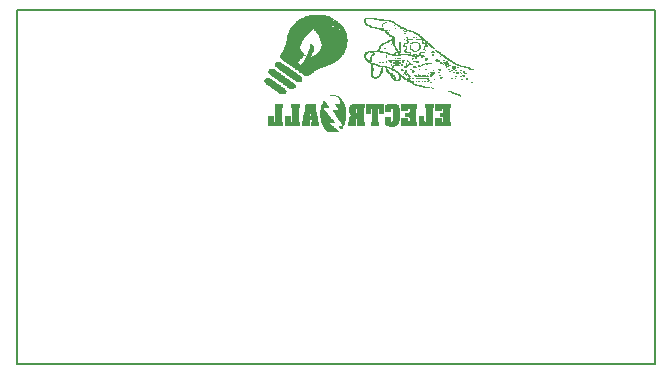
<source format=gbr>
G04 PROTEUS RS274X GERBER FILE*
%FSLAX45Y45*%
%MOMM*%
G01*
%ADD20C,0.203200*%
%ADD21C,0.063500*%
%TD.AperFunction*%
D20*
X-11190000Y+8810000D02*
X-5790000Y+8810000D01*
X-5790000Y+11810000D01*
X-11190000Y+11810000D01*
X-11190000Y+8810000D01*
D21*
X-7445292Y+11081431D02*
X-7440212Y+11081431D01*
X-7455452Y+11086511D02*
X-7440212Y+11086511D01*
X-7470692Y+11091591D02*
X-7450372Y+11091591D01*
X-7485932Y+11096671D02*
X-7465612Y+11096671D01*
X-8964212Y+11101751D02*
X-8928652Y+11101751D01*
X-7496092Y+11101751D02*
X-7475772Y+11101751D01*
X-8974372Y+11106831D02*
X-8923572Y+11106831D01*
X-7506252Y+11106831D02*
X-7491012Y+11106831D01*
X-8979452Y+11111911D02*
X-8923572Y+11111911D01*
X-7521492Y+11111911D02*
X-7501172Y+11111911D01*
X-8989612Y+11116991D02*
X-8918492Y+11116991D01*
X-7531652Y+11116991D02*
X-7516412Y+11116991D01*
X-8994692Y+11122071D02*
X-8918492Y+11122071D01*
X-7546892Y+11122071D02*
X-7526572Y+11122071D01*
X-8999772Y+11127151D02*
X-8923572Y+11127151D01*
X-9009932Y+11132231D02*
X-8923572Y+11132231D01*
X-9015012Y+11137311D02*
X-8928652Y+11137311D01*
X-9025172Y+11142391D02*
X-8933732Y+11142391D01*
X-8867692Y+11142391D02*
X-8862612Y+11142391D01*
X-9030252Y+11147471D02*
X-8943892Y+11147471D01*
X-8888012Y+11147471D02*
X-8852452Y+11147471D01*
X-7678972Y+11147471D02*
X-7668812Y+11147471D01*
X-9035332Y+11152551D02*
X-8948972Y+11152551D01*
X-8893092Y+11152551D02*
X-8847372Y+11152551D01*
X-7724692Y+11152551D02*
X-7704372Y+11152551D01*
X-7689132Y+11152551D02*
X-7684052Y+11152551D01*
X-9045492Y+11157631D02*
X-8954052Y+11157631D01*
X-8903252Y+11157631D02*
X-8842292Y+11157631D01*
X-7755172Y+11157631D02*
X-7719612Y+11157631D01*
X-9050572Y+11162711D02*
X-8964212Y+11162711D01*
X-8908332Y+11162711D02*
X-8842292Y+11162711D01*
X-7785652Y+11162711D02*
X-7745012Y+11162711D01*
X-9060732Y+11167791D02*
X-8969292Y+11167791D01*
X-8918492Y+11167791D02*
X-8842292Y+11167791D01*
X-7805972Y+11167791D02*
X-7770412Y+11167791D01*
X-9065812Y+11172871D02*
X-8974372Y+11172871D01*
X-8923572Y+11172871D02*
X-8842292Y+11172871D01*
X-7821212Y+11172871D02*
X-7800892Y+11172871D01*
X-9075972Y+11177951D02*
X-8984532Y+11177951D01*
X-8928652Y+11177951D02*
X-8847372Y+11177951D01*
X-7831372Y+11177951D02*
X-7816132Y+11177951D01*
X-9081052Y+11183031D02*
X-8989612Y+11183031D01*
X-8938812Y+11183031D02*
X-8847372Y+11183031D01*
X-7841532Y+11183031D02*
X-7826292Y+11183031D01*
X-9086132Y+11188111D02*
X-8999772Y+11188111D01*
X-8943892Y+11188111D02*
X-8857532Y+11188111D01*
X-7851692Y+11188111D02*
X-7836452Y+11188111D01*
X-9091212Y+11193191D02*
X-9004852Y+11193191D01*
X-8954052Y+11193191D02*
X-8862612Y+11193191D01*
X-7861852Y+11193191D02*
X-7841532Y+11193191D01*
X-9096292Y+11198271D02*
X-9009932Y+11198271D01*
X-8959132Y+11198271D02*
X-8872772Y+11198271D01*
X-7866932Y+11198271D02*
X-7851692Y+11198271D01*
X-7694212Y+11198271D02*
X-7689132Y+11198271D01*
X-7348772Y+11198271D02*
X-7343692Y+11198271D01*
X-9096292Y+11203351D02*
X-9020092Y+11203351D01*
X-8964212Y+11203351D02*
X-8877852Y+11203351D01*
X-8816892Y+11203351D02*
X-8806732Y+11203351D01*
X-7877092Y+11203351D02*
X-7861852Y+11203351D01*
X-7765332Y+11203351D02*
X-7760252Y+11203351D01*
X-7719612Y+11203351D02*
X-7709452Y+11203351D01*
X-9101372Y+11208431D02*
X-9025172Y+11208431D01*
X-8974372Y+11208431D02*
X-8882932Y+11208431D01*
X-8832132Y+11208431D02*
X-8791492Y+11208431D01*
X-7887252Y+11208431D02*
X-7866932Y+11208431D01*
X-7861852Y+11208431D02*
X-7836452Y+11208431D01*
X-7816132Y+11208431D02*
X-7811052Y+11208431D01*
X-7800892Y+11208431D02*
X-7790732Y+11208431D01*
X-7745012Y+11208431D02*
X-7739932Y+11208431D01*
X-9101372Y+11213511D02*
X-9035332Y+11213511D01*
X-8979452Y+11213511D02*
X-8893092Y+11213511D01*
X-8842292Y+11213511D02*
X-8786412Y+11213511D01*
X-7999012Y+11213511D02*
X-7958372Y+11213511D01*
X-7892332Y+11213511D02*
X-7882172Y+11213511D01*
X-7872012Y+11213511D02*
X-7866932Y+11213511D01*
X-7709452Y+11213511D02*
X-7704372Y+11213511D01*
X-9096292Y+11218591D02*
X-9040412Y+11218591D01*
X-8989612Y+11218591D02*
X-8898172Y+11218591D01*
X-8847372Y+11218591D02*
X-8786412Y+11218591D01*
X-8004092Y+11218591D02*
X-7988852Y+11218591D01*
X-7968532Y+11218591D02*
X-7953292Y+11218591D01*
X-7902492Y+11218591D02*
X-7887252Y+11218591D01*
X-7877092Y+11218591D02*
X-7872012Y+11218591D01*
X-7714532Y+11218591D02*
X-7709452Y+11218591D01*
X-7663732Y+11218591D02*
X-7658652Y+11218591D01*
X-7389412Y+11218591D02*
X-7384332Y+11218591D01*
X-9091212Y+11223671D02*
X-9050572Y+11223671D01*
X-8994692Y+11223671D02*
X-8903252Y+11223671D01*
X-8852452Y+11223671D02*
X-8786412Y+11223671D01*
X-8009172Y+11223671D02*
X-7988852Y+11223671D01*
X-7958372Y+11223671D02*
X-7953292Y+11223671D01*
X-7912652Y+11223671D02*
X-7897412Y+11223671D01*
X-7882172Y+11223671D02*
X-7877092Y+11223671D01*
X-7719612Y+11223671D02*
X-7714532Y+11223671D01*
X-7430052Y+11223671D02*
X-7424972Y+11223671D01*
X-7394492Y+11223671D02*
X-7379252Y+11223671D01*
X-9086132Y+11228751D02*
X-9060732Y+11228751D01*
X-9004852Y+11228751D02*
X-8913412Y+11228751D01*
X-8862612Y+11228751D02*
X-8786412Y+11228751D01*
X-8014252Y+11228751D02*
X-7993932Y+11228751D01*
X-7958372Y+11228751D02*
X-7948212Y+11228751D01*
X-7917732Y+11228751D02*
X-7907572Y+11228751D01*
X-7887252Y+11228751D02*
X-7882172Y+11228751D01*
X-7846612Y+11228751D02*
X-7841532Y+11228751D01*
X-7607852Y+11228751D02*
X-7602772Y+11228751D01*
X-7389412Y+11228751D02*
X-7379252Y+11228751D01*
X-9009932Y+11233831D02*
X-8918492Y+11233831D01*
X-8867692Y+11233831D02*
X-8786412Y+11233831D01*
X-8171732Y+11233831D02*
X-8151412Y+11233831D01*
X-8019332Y+11233831D02*
X-7993932Y+11233831D01*
X-7958372Y+11233831D02*
X-7948212Y+11233831D01*
X-7927892Y+11233831D02*
X-7912652Y+11233831D01*
X-7892332Y+11233831D02*
X-7887252Y+11233831D01*
X-7872012Y+11233831D02*
X-7866932Y+11233831D01*
X-7851692Y+11233831D02*
X-7846612Y+11233831D01*
X-7816132Y+11233831D02*
X-7709452Y+11233831D01*
X-7607852Y+11233831D02*
X-7602772Y+11233831D01*
X-7516412Y+11233831D02*
X-7511332Y+11233831D01*
X-7485932Y+11233831D02*
X-7480852Y+11233831D01*
X-9015012Y+11238911D02*
X-8928652Y+11238911D01*
X-8877852Y+11238911D02*
X-8791492Y+11238911D01*
X-8186972Y+11238911D02*
X-8136172Y+11238911D01*
X-8024412Y+11238911D02*
X-8014252Y+11238911D01*
X-8004092Y+11238911D02*
X-7993932Y+11238911D01*
X-7958372Y+11238911D02*
X-7948212Y+11238911D01*
X-7932972Y+11238911D02*
X-7917732Y+11238911D01*
X-7877092Y+11238911D02*
X-7872012Y+11238911D01*
X-7612932Y+11238911D02*
X-7607852Y+11238911D01*
X-7602772Y+11238911D02*
X-7597692Y+11238911D01*
X-9025172Y+11243991D02*
X-8933732Y+11243991D01*
X-8882932Y+11243991D02*
X-8796572Y+11243991D01*
X-8192052Y+11243991D02*
X-8181892Y+11243991D01*
X-8141252Y+11243991D02*
X-8131092Y+11243991D01*
X-8024412Y+11243991D02*
X-8014252Y+11243991D01*
X-8009172Y+11243991D02*
X-7999012Y+11243991D01*
X-7958372Y+11243991D02*
X-7948212Y+11243991D01*
X-7938052Y+11243991D02*
X-7927892Y+11243991D01*
X-7882172Y+11243991D02*
X-7877092Y+11243991D01*
X-7821212Y+11243991D02*
X-7714532Y+11243991D01*
X-7480852Y+11243991D02*
X-7475772Y+11243991D01*
X-7435132Y+11243991D02*
X-7430052Y+11243991D01*
X-9030252Y+11249071D02*
X-8938812Y+11249071D01*
X-8888012Y+11249071D02*
X-8801652Y+11249071D01*
X-8197132Y+11249071D02*
X-8186972Y+11249071D01*
X-8136172Y+11249071D02*
X-8126012Y+11249071D01*
X-8029492Y+11249071D02*
X-8019332Y+11249071D01*
X-8009172Y+11249071D02*
X-7999012Y+11249071D01*
X-7958372Y+11249071D02*
X-7932972Y+11249071D01*
X-7872012Y+11249071D02*
X-7866932Y+11249071D01*
X-7821212Y+11249071D02*
X-7816132Y+11249071D01*
X-7694212Y+11249071D02*
X-7689132Y+11249071D01*
X-7440212Y+11249071D02*
X-7435132Y+11249071D01*
X-7419892Y+11249071D02*
X-7404652Y+11249071D01*
X-9040412Y+11254151D02*
X-8948972Y+11254151D01*
X-8898172Y+11254151D02*
X-8806732Y+11254151D01*
X-8755932Y+11254151D02*
X-8730532Y+11254151D01*
X-8197132Y+11254151D02*
X-8186972Y+11254151D01*
X-8131092Y+11254151D02*
X-8120932Y+11254151D01*
X-8029492Y+11254151D02*
X-8024412Y+11254151D01*
X-8014252Y+11254151D02*
X-8004092Y+11254151D01*
X-7958372Y+11254151D02*
X-7938052Y+11254151D01*
X-7877092Y+11254151D02*
X-7872012Y+11254151D01*
X-7831372Y+11254151D02*
X-7826292Y+11254151D01*
X-7821212Y+11254151D02*
X-7816132Y+11254151D01*
X-7689132Y+11254151D02*
X-7684052Y+11254151D01*
X-7618012Y+11254151D02*
X-7612932Y+11254151D01*
X-7424972Y+11254151D02*
X-7404652Y+11254151D01*
X-9045492Y+11259231D02*
X-8954052Y+11259231D01*
X-8903252Y+11259231D02*
X-8811812Y+11259231D01*
X-8761012Y+11259231D02*
X-8725452Y+11259231D01*
X-8197132Y+11259231D02*
X-8186972Y+11259231D01*
X-8126012Y+11259231D02*
X-8115852Y+11259231D01*
X-8034572Y+11259231D02*
X-8024412Y+11259231D01*
X-8019332Y+11259231D02*
X-8009172Y+11259231D01*
X-7958372Y+11259231D02*
X-7948212Y+11259231D01*
X-7902492Y+11259231D02*
X-7897412Y+11259231D01*
X-7882172Y+11259231D02*
X-7877092Y+11259231D01*
X-7800892Y+11259231D02*
X-7795812Y+11259231D01*
X-7785652Y+11259231D02*
X-7780572Y+11259231D01*
X-7765332Y+11259231D02*
X-7739932Y+11259231D01*
X-7724692Y+11259231D02*
X-7719612Y+11259231D01*
X-7699292Y+11259231D02*
X-7694212Y+11259231D01*
X-7684052Y+11259231D02*
X-7678972Y+11259231D01*
X-7414812Y+11259231D02*
X-7409732Y+11259231D01*
X-9050572Y+11264311D02*
X-8964212Y+11264311D01*
X-8913412Y+11264311D02*
X-8821972Y+11264311D01*
X-8771172Y+11264311D02*
X-8715292Y+11264311D01*
X-8197132Y+11264311D02*
X-8186972Y+11264311D01*
X-8126012Y+11264311D02*
X-8115852Y+11264311D01*
X-8034572Y+11264311D02*
X-8014252Y+11264311D01*
X-7963452Y+11264311D02*
X-7953292Y+11264311D01*
X-7927892Y+11264311D02*
X-7922812Y+11264311D01*
X-7907572Y+11264311D02*
X-7902492Y+11264311D01*
X-7887252Y+11264311D02*
X-7882172Y+11264311D01*
X-7800892Y+11264311D02*
X-7795812Y+11264311D01*
X-7694212Y+11264311D02*
X-7689132Y+11264311D01*
X-7678972Y+11264311D02*
X-7673892Y+11264311D01*
X-9055652Y+11269391D02*
X-8969292Y+11269391D01*
X-8918492Y+11269391D02*
X-8832132Y+11269391D01*
X-8776252Y+11269391D02*
X-8710212Y+11269391D01*
X-8197132Y+11269391D02*
X-8186972Y+11269391D01*
X-8120932Y+11269391D02*
X-8110772Y+11269391D01*
X-8044732Y+11269391D02*
X-8019332Y+11269391D01*
X-7968532Y+11269391D02*
X-7958372Y+11269391D01*
X-7912652Y+11269391D02*
X-7907572Y+11269391D01*
X-7892332Y+11269391D02*
X-7887252Y+11269391D01*
X-7714532Y+11269391D02*
X-7709452Y+11269391D01*
X-7689132Y+11269391D02*
X-7684052Y+11269391D01*
X-7673892Y+11269391D02*
X-7668812Y+11269391D01*
X-7475772Y+11269391D02*
X-7465612Y+11269391D01*
X-7394492Y+11269391D02*
X-7389412Y+11269391D01*
X-9060732Y+11274471D02*
X-8979452Y+11274471D01*
X-8923572Y+11274471D02*
X-8837212Y+11274471D01*
X-8781332Y+11274471D02*
X-8705132Y+11274471D01*
X-8197132Y+11274471D02*
X-8186972Y+11274471D01*
X-8120932Y+11274471D02*
X-8110772Y+11274471D01*
X-8049812Y+11274471D02*
X-8024412Y+11274471D01*
X-7968532Y+11274471D02*
X-7963452Y+11274471D01*
X-7917732Y+11274471D02*
X-7912652Y+11274471D01*
X-7684052Y+11274471D02*
X-7678972Y+11274471D01*
X-7668812Y+11274471D02*
X-7663732Y+11274471D01*
X-7475772Y+11274471D02*
X-7460532Y+11274471D01*
X-7435132Y+11274471D02*
X-7430052Y+11274471D01*
X-7404652Y+11274471D02*
X-7399572Y+11274471D01*
X-9060732Y+11279551D02*
X-8984532Y+11279551D01*
X-8933732Y+11279551D02*
X-8842292Y+11279551D01*
X-8791492Y+11279551D02*
X-8700052Y+11279551D01*
X-8197132Y+11279551D02*
X-8186972Y+11279551D01*
X-8115852Y+11279551D02*
X-8110772Y+11279551D01*
X-8054892Y+11279551D02*
X-8044732Y+11279551D01*
X-7973612Y+11279551D02*
X-7968532Y+11279551D01*
X-7917732Y+11279551D02*
X-7912652Y+11279551D01*
X-7678972Y+11279551D02*
X-7673892Y+11279551D01*
X-7668812Y+11279551D02*
X-7663732Y+11279551D01*
X-7628172Y+11279551D02*
X-7623092Y+11279551D01*
X-7475772Y+11279551D02*
X-7460532Y+11279551D01*
X-7419892Y+11279551D02*
X-7404652Y+11279551D01*
X-9065812Y+11284631D02*
X-8989612Y+11284631D01*
X-8938812Y+11284631D02*
X-8852452Y+11284631D01*
X-8801652Y+11284631D02*
X-8689892Y+11284631D01*
X-8192052Y+11284631D02*
X-8186972Y+11284631D01*
X-8115852Y+11284631D02*
X-8105692Y+11284631D01*
X-8059972Y+11284631D02*
X-8049812Y+11284631D01*
X-7983772Y+11284631D02*
X-7968532Y+11284631D01*
X-7907572Y+11284631D02*
X-7902492Y+11284631D01*
X-7851692Y+11284631D02*
X-7836452Y+11284631D01*
X-7694212Y+11284631D02*
X-7689132Y+11284631D01*
X-7668812Y+11284631D02*
X-7658652Y+11284631D01*
X-7501172Y+11284631D02*
X-7496092Y+11284631D01*
X-7445292Y+11284631D02*
X-7440212Y+11284631D01*
X-7419892Y+11284631D02*
X-7404652Y+11284631D01*
X-9065812Y+11289711D02*
X-8999772Y+11289711D01*
X-8948972Y+11289711D02*
X-8857532Y+11289711D01*
X-8806732Y+11289711D02*
X-8684812Y+11289711D01*
X-8197132Y+11289711D02*
X-8186972Y+11289711D01*
X-8115852Y+11289711D02*
X-8105692Y+11289711D01*
X-8065052Y+11289711D02*
X-8054892Y+11289711D01*
X-7993932Y+11289711D02*
X-7978692Y+11289711D01*
X-7907572Y+11289711D02*
X-7902492Y+11289711D01*
X-7851692Y+11289711D02*
X-7831372Y+11289711D01*
X-7531652Y+11289711D02*
X-7526572Y+11289711D01*
X-7419892Y+11289711D02*
X-7409732Y+11289711D01*
X-9060732Y+11294791D02*
X-9004852Y+11294791D01*
X-8954052Y+11294791D02*
X-8862612Y+11294791D01*
X-8811812Y+11294791D02*
X-8674652Y+11294791D01*
X-8197132Y+11294791D02*
X-8181892Y+11294791D01*
X-8110772Y+11294791D02*
X-8105692Y+11294791D01*
X-8065052Y+11294791D02*
X-8054892Y+11294791D01*
X-7999012Y+11294791D02*
X-7988852Y+11294791D01*
X-7907572Y+11294791D02*
X-7902492Y+11294791D01*
X-7851692Y+11294791D02*
X-7836452Y+11294791D01*
X-7673892Y+11294791D02*
X-7668812Y+11294791D01*
X-7618012Y+11294791D02*
X-7612932Y+11294791D01*
X-7516412Y+11294791D02*
X-7511332Y+11294791D01*
X-7485932Y+11294791D02*
X-7475772Y+11294791D01*
X-9060732Y+11299871D02*
X-9015012Y+11299871D01*
X-8964212Y+11299871D02*
X-8872772Y+11299871D01*
X-8816892Y+11299871D02*
X-8669572Y+11299871D01*
X-8192052Y+11299871D02*
X-8181892Y+11299871D01*
X-8110772Y+11299871D02*
X-8100612Y+11299871D01*
X-8070132Y+11299871D02*
X-8059972Y+11299871D01*
X-8014252Y+11299871D02*
X-7999012Y+11299871D01*
X-7943132Y+11299871D02*
X-7938052Y+11299871D01*
X-7932972Y+11299871D02*
X-7927892Y+11299871D01*
X-7623092Y+11299871D02*
X-7607852Y+11299871D01*
X-7516412Y+11299871D02*
X-7511332Y+11299871D01*
X-7445292Y+11299871D02*
X-7430052Y+11299871D01*
X-9055652Y+11304951D02*
X-9020092Y+11304951D01*
X-8969292Y+11304951D02*
X-8877852Y+11304951D01*
X-8827052Y+11304951D02*
X-8659412Y+11304951D01*
X-8192052Y+11304951D02*
X-8181892Y+11304951D01*
X-8110772Y+11304951D02*
X-8100612Y+11304951D01*
X-8070132Y+11304951D02*
X-8059972Y+11304951D01*
X-8019332Y+11304951D02*
X-8004092Y+11304951D01*
X-7861852Y+11304951D02*
X-7856772Y+11304951D01*
X-7790732Y+11304951D02*
X-7785652Y+11304951D01*
X-7628172Y+11304951D02*
X-7607852Y+11304951D01*
X-7541812Y+11304951D02*
X-7536732Y+11304951D01*
X-7348772Y+11304951D02*
X-7333532Y+11304951D01*
X-8974372Y+11310031D02*
X-8888012Y+11310031D01*
X-8837212Y+11310031D02*
X-8649252Y+11310031D01*
X-8192052Y+11310031D02*
X-8181892Y+11310031D01*
X-8110772Y+11310031D02*
X-8100612Y+11310031D01*
X-8070132Y+11310031D02*
X-8065052Y+11310031D01*
X-8029492Y+11310031D02*
X-8019332Y+11310031D01*
X-7938052Y+11310031D02*
X-7932972Y+11310031D01*
X-7739932Y+11310031D02*
X-7729772Y+11310031D01*
X-7612932Y+11310031D02*
X-7607852Y+11310031D01*
X-7541812Y+11310031D02*
X-7536732Y+11310031D01*
X-7501172Y+11310031D02*
X-7496092Y+11310031D01*
X-7364012Y+11310031D02*
X-7343692Y+11310031D01*
X-8979452Y+11315111D02*
X-8893092Y+11315111D01*
X-8842292Y+11315111D02*
X-8639092Y+11315111D01*
X-8192052Y+11315111D02*
X-8181892Y+11315111D01*
X-8110772Y+11315111D02*
X-8100612Y+11315111D01*
X-8070132Y+11315111D02*
X-8065052Y+11315111D01*
X-8039652Y+11315111D02*
X-8029492Y+11315111D01*
X-8019332Y+11315111D02*
X-8014252Y+11315111D01*
X-7506252Y+11315111D02*
X-7501172Y+11315111D01*
X-7491012Y+11315111D02*
X-7480852Y+11315111D01*
X-7374172Y+11315111D02*
X-7353852Y+11315111D01*
X-8989612Y+11320191D02*
X-8898172Y+11320191D01*
X-8847372Y+11320191D02*
X-8623852Y+11320191D01*
X-8197132Y+11320191D02*
X-8186972Y+11320191D01*
X-8105692Y+11320191D02*
X-8100612Y+11320191D01*
X-8070132Y+11320191D02*
X-8065052Y+11320191D01*
X-8054892Y+11320191D02*
X-8039652Y+11320191D01*
X-7912652Y+11320191D02*
X-7902492Y+11320191D01*
X-7836452Y+11320191D02*
X-7831372Y+11320191D01*
X-7506252Y+11320191D02*
X-7501172Y+11320191D01*
X-7491012Y+11320191D02*
X-7485932Y+11320191D01*
X-7465612Y+11320191D02*
X-7455452Y+11320191D01*
X-7389412Y+11320191D02*
X-7369092Y+11320191D01*
X-8994692Y+11325271D02*
X-8908332Y+11325271D01*
X-8852452Y+11325271D02*
X-8613692Y+11325271D01*
X-8197132Y+11325271D02*
X-8186972Y+11325271D01*
X-8105692Y+11325271D02*
X-8100612Y+11325271D01*
X-8075212Y+11325271D02*
X-8049812Y+11325271D01*
X-8014252Y+11325271D02*
X-8009172Y+11325271D01*
X-7841532Y+11325271D02*
X-7811052Y+11325271D01*
X-7562132Y+11325271D02*
X-7557052Y+11325271D01*
X-7404652Y+11325271D02*
X-7379252Y+11325271D01*
X-8999772Y+11330351D02*
X-8918492Y+11330351D01*
X-8862612Y+11330351D02*
X-8598452Y+11330351D01*
X-8197132Y+11330351D02*
X-8186972Y+11330351D01*
X-8110772Y+11330351D02*
X-8065052Y+11330351D01*
X-8014252Y+11330351D02*
X-8009172Y+11330351D01*
X-7917732Y+11330351D02*
X-7912652Y+11330351D01*
X-7907572Y+11330351D02*
X-7902492Y+11330351D01*
X-7841532Y+11330351D02*
X-7821212Y+11330351D01*
X-7795812Y+11330351D02*
X-7790732Y+11330351D01*
X-7562132Y+11330351D02*
X-7551972Y+11330351D01*
X-7506252Y+11330351D02*
X-7501172Y+11330351D01*
X-7491012Y+11330351D02*
X-7485932Y+11330351D01*
X-7430052Y+11330351D02*
X-7399572Y+11330351D01*
X-9004852Y+11335431D02*
X-8923572Y+11335431D01*
X-8867692Y+11335431D02*
X-8583212Y+11335431D01*
X-8197132Y+11335431D02*
X-8186972Y+11335431D01*
X-8136172Y+11335431D02*
X-8085372Y+11335431D01*
X-8014252Y+11335431D02*
X-8009172Y+11335431D01*
X-7897412Y+11335431D02*
X-7892332Y+11335431D01*
X-7841532Y+11335431D02*
X-7826292Y+11335431D01*
X-7790732Y+11335431D02*
X-7780572Y+11335431D01*
X-7562132Y+11335431D02*
X-7557052Y+11335431D01*
X-7546892Y+11335431D02*
X-7541812Y+11335431D01*
X-7445292Y+11335431D02*
X-7419892Y+11335431D01*
X-9009932Y+11340511D02*
X-8928652Y+11340511D01*
X-8877852Y+11340511D02*
X-8567972Y+11340511D01*
X-8197132Y+11340511D02*
X-8186972Y+11340511D01*
X-8156492Y+11340511D02*
X-8126012Y+11340511D01*
X-8029492Y+11340511D02*
X-8024412Y+11340511D01*
X-8009172Y+11340511D02*
X-7983772Y+11340511D01*
X-7978692Y+11340511D02*
X-7958372Y+11340511D01*
X-7938052Y+11340511D02*
X-7932972Y+11340511D01*
X-7897412Y+11340511D02*
X-7892332Y+11340511D01*
X-7887252Y+11340511D02*
X-7882172Y+11340511D01*
X-7795812Y+11340511D02*
X-7790732Y+11340511D01*
X-7770412Y+11340511D02*
X-7765332Y+11340511D01*
X-7567212Y+11340511D02*
X-7557052Y+11340511D01*
X-7546892Y+11340511D02*
X-7541812Y+11340511D01*
X-7531652Y+11340511D02*
X-7526572Y+11340511D01*
X-7465612Y+11340511D02*
X-7440212Y+11340511D01*
X-9009932Y+11345591D02*
X-8938812Y+11345591D01*
X-8882932Y+11345591D02*
X-8801652Y+11345591D01*
X-8786412Y+11345591D02*
X-8552732Y+11345591D01*
X-8192052Y+11345591D02*
X-8186972Y+11345591D01*
X-8166652Y+11345591D02*
X-8146332Y+11345591D01*
X-8029492Y+11345591D02*
X-8024412Y+11345591D01*
X-7938052Y+11345591D02*
X-7932972Y+11345591D01*
X-7882172Y+11345591D02*
X-7872012Y+11345591D01*
X-7861852Y+11345591D02*
X-7851692Y+11345591D01*
X-7755172Y+11345591D02*
X-7750092Y+11345591D01*
X-7587532Y+11345591D02*
X-7582452Y+11345591D01*
X-7572292Y+11345591D02*
X-7562132Y+11345591D01*
X-7551972Y+11345591D02*
X-7541812Y+11345591D01*
X-7475772Y+11345591D02*
X-7455452Y+11345591D01*
X-9009932Y+11350671D02*
X-8943892Y+11350671D01*
X-8893092Y+11350671D02*
X-8806732Y+11350671D01*
X-8781332Y+11350671D02*
X-8542572Y+11350671D01*
X-8192052Y+11350671D02*
X-8161572Y+11350671D01*
X-8029492Y+11350671D02*
X-8024412Y+11350671D01*
X-7993932Y+11350671D02*
X-7968532Y+11350671D01*
X-7938052Y+11350671D02*
X-7932972Y+11350671D01*
X-7902492Y+11350671D02*
X-7897412Y+11350671D01*
X-7765332Y+11350671D02*
X-7760252Y+11350671D01*
X-7729772Y+11350671D02*
X-7719612Y+11350671D01*
X-7572292Y+11350671D02*
X-7562132Y+11350671D01*
X-7551972Y+11350671D02*
X-7546892Y+11350671D01*
X-7485932Y+11350671D02*
X-7470692Y+11350671D01*
X-9004852Y+11355751D02*
X-8954052Y+11355751D01*
X-8898172Y+11355751D02*
X-8811812Y+11355751D01*
X-8776252Y+11355751D02*
X-8532412Y+11355751D01*
X-8197132Y+11355751D02*
X-8171732Y+11355751D01*
X-8009172Y+11355751D02*
X-8004092Y+11355751D01*
X-7993932Y+11355751D02*
X-7968532Y+11355751D01*
X-7958372Y+11355751D02*
X-7953292Y+11355751D01*
X-7902492Y+11355751D02*
X-7897412Y+11355751D01*
X-7872012Y+11355751D02*
X-7861852Y+11355751D01*
X-7734852Y+11355751D02*
X-7729772Y+11355751D01*
X-7719612Y+11355751D02*
X-7709452Y+11355751D01*
X-7704372Y+11355751D02*
X-7694212Y+11355751D01*
X-7577372Y+11355751D02*
X-7562132Y+11355751D01*
X-7551972Y+11355751D02*
X-7546892Y+11355751D01*
X-7496092Y+11355751D02*
X-7480852Y+11355751D01*
X-9004852Y+11360831D02*
X-8959132Y+11360831D01*
X-8903252Y+11360831D02*
X-8816892Y+11360831D01*
X-8771172Y+11360831D02*
X-8522252Y+11360831D01*
X-8207292Y+11360831D02*
X-8186972Y+11360831D01*
X-7993932Y+11360831D02*
X-7968532Y+11360831D01*
X-7866932Y+11360831D02*
X-7861852Y+11360831D01*
X-7724692Y+11360831D02*
X-7719612Y+11360831D01*
X-7699292Y+11360831D02*
X-7689132Y+11360831D01*
X-7607852Y+11360831D02*
X-7597692Y+11360831D01*
X-7577372Y+11360831D02*
X-7567212Y+11360831D01*
X-7557052Y+11360831D02*
X-7551972Y+11360831D01*
X-7501172Y+11360831D02*
X-7485932Y+11360831D01*
X-8999772Y+11365911D02*
X-8969292Y+11365911D01*
X-8913412Y+11365911D02*
X-8821972Y+11365911D01*
X-8771172Y+11365911D02*
X-8512092Y+11365911D01*
X-8217452Y+11365911D02*
X-8202212Y+11365911D01*
X-8126012Y+11365911D02*
X-8120932Y+11365911D01*
X-8100612Y+11365911D02*
X-8095532Y+11365911D01*
X-8070132Y+11365911D02*
X-8065052Y+11365911D01*
X-8034572Y+11365911D02*
X-8029492Y+11365911D01*
X-8009172Y+11365911D02*
X-8004092Y+11365911D01*
X-7993932Y+11365911D02*
X-7968532Y+11365911D01*
X-7958372Y+11365911D02*
X-7953292Y+11365911D01*
X-7932972Y+11365911D02*
X-7927892Y+11365911D01*
X-7877092Y+11365911D02*
X-7872012Y+11365911D01*
X-7811052Y+11365911D02*
X-7795812Y+11365911D01*
X-7607852Y+11365911D02*
X-7602772Y+11365911D01*
X-7587532Y+11365911D02*
X-7577372Y+11365911D01*
X-7572292Y+11365911D02*
X-7567212Y+11365911D01*
X-7557052Y+11365911D02*
X-7551972Y+11365911D01*
X-7506252Y+11365911D02*
X-7496092Y+11365911D01*
X-8918492Y+11370991D02*
X-8816892Y+11370991D01*
X-8766092Y+11370991D02*
X-8507012Y+11370991D01*
X-8227612Y+11370991D02*
X-8212372Y+11370991D01*
X-8034572Y+11370991D02*
X-8029492Y+11370991D01*
X-7993932Y+11370991D02*
X-7968532Y+11370991D01*
X-7932972Y+11370991D02*
X-7927892Y+11370991D01*
X-7816132Y+11370991D02*
X-7795812Y+11370991D01*
X-7643412Y+11370991D02*
X-7638332Y+11370991D01*
X-7562132Y+11370991D02*
X-7551972Y+11370991D01*
X-7516412Y+11370991D02*
X-7506252Y+11370991D01*
X-8928652Y+11376071D02*
X-8816892Y+11376071D01*
X-8766092Y+11376071D02*
X-8496852Y+11376071D01*
X-8232692Y+11376071D02*
X-8212372Y+11376071D01*
X-8207292Y+11376071D02*
X-8192052Y+11376071D01*
X-8070132Y+11376071D02*
X-8065052Y+11376071D01*
X-8044732Y+11376071D02*
X-8039652Y+11376071D01*
X-7993932Y+11376071D02*
X-7968532Y+11376071D01*
X-7887252Y+11376071D02*
X-7882172Y+11376071D01*
X-7836452Y+11376071D02*
X-7826292Y+11376071D01*
X-7816132Y+11376071D02*
X-7795812Y+11376071D01*
X-7648492Y+11376071D02*
X-7623092Y+11376071D01*
X-7562132Y+11376071D02*
X-7557052Y+11376071D01*
X-7526572Y+11376071D02*
X-7511332Y+11376071D01*
X-8933732Y+11381151D02*
X-8806732Y+11381151D01*
X-8761012Y+11381151D02*
X-8491772Y+11381151D01*
X-8232692Y+11381151D02*
X-8192052Y+11381151D01*
X-8049812Y+11381151D02*
X-8044732Y+11381151D01*
X-8034572Y+11381151D02*
X-8019332Y+11381151D01*
X-8014252Y+11381151D02*
X-8004092Y+11381151D01*
X-7993932Y+11381151D02*
X-7968532Y+11381151D01*
X-7958372Y+11381151D02*
X-7948212Y+11381151D01*
X-7932972Y+11381151D02*
X-7927892Y+11381151D01*
X-7917732Y+11381151D02*
X-7912652Y+11381151D01*
X-7892332Y+11381151D02*
X-7887252Y+11381151D01*
X-7643412Y+11381151D02*
X-7618012Y+11381151D01*
X-7582452Y+11381151D02*
X-7577372Y+11381151D01*
X-7536732Y+11381151D02*
X-7521492Y+11381151D01*
X-8938812Y+11386231D02*
X-8806732Y+11386231D01*
X-8761012Y+11386231D02*
X-8486692Y+11386231D01*
X-8237772Y+11386231D02*
X-8222532Y+11386231D01*
X-8202212Y+11386231D02*
X-8192052Y+11386231D01*
X-7734852Y+11386231D02*
X-7729772Y+11386231D01*
X-7653572Y+11386231D02*
X-7648492Y+11386231D01*
X-7643412Y+11386231D02*
X-7633252Y+11386231D01*
X-7541812Y+11386231D02*
X-7526572Y+11386231D01*
X-8948972Y+11391311D02*
X-8801652Y+11391311D01*
X-8755932Y+11391311D02*
X-8476532Y+11391311D01*
X-8242852Y+11391311D02*
X-8232692Y+11391311D01*
X-8202212Y+11391311D02*
X-8192052Y+11391311D01*
X-7851692Y+11391311D02*
X-7846612Y+11391311D01*
X-7734852Y+11391311D02*
X-7719612Y+11391311D01*
X-7643412Y+11391311D02*
X-7638332Y+11391311D01*
X-7551972Y+11391311D02*
X-7531652Y+11391311D01*
X-8954052Y+11396391D02*
X-8796572Y+11396391D01*
X-8750852Y+11396391D02*
X-8471452Y+11396391D01*
X-8247932Y+11396391D02*
X-8237772Y+11396391D01*
X-8202212Y+11396391D02*
X-8192052Y+11396391D01*
X-7993932Y+11396391D02*
X-7988852Y+11396391D01*
X-7978692Y+11396391D02*
X-7968532Y+11396391D01*
X-7958372Y+11396391D02*
X-7953292Y+11396391D01*
X-7851692Y+11396391D02*
X-7841532Y+11396391D01*
X-7739932Y+11396391D02*
X-7719612Y+11396391D01*
X-7562132Y+11396391D02*
X-7541812Y+11396391D01*
X-8959132Y+11401471D02*
X-8791492Y+11401471D01*
X-8750852Y+11401471D02*
X-8466372Y+11401471D01*
X-8247932Y+11401471D02*
X-8237772Y+11401471D01*
X-8202212Y+11401471D02*
X-8192052Y+11401471D01*
X-7826292Y+11401471D02*
X-7816132Y+11401471D01*
X-7729772Y+11401471D02*
X-7719612Y+11401471D01*
X-7567212Y+11401471D02*
X-7546892Y+11401471D01*
X-8964212Y+11406551D02*
X-8786412Y+11406551D01*
X-8745772Y+11406551D02*
X-8461292Y+11406551D01*
X-8253012Y+11406551D02*
X-8242852Y+11406551D01*
X-8202212Y+11406551D02*
X-8192052Y+11406551D01*
X-7826292Y+11406551D02*
X-7811052Y+11406551D01*
X-7567212Y+11406551D02*
X-7557052Y+11406551D01*
X-8969292Y+11411631D02*
X-8781332Y+11411631D01*
X-8745772Y+11411631D02*
X-8710212Y+11411631D01*
X-8705132Y+11411631D02*
X-8461292Y+11411631D01*
X-8253012Y+11411631D02*
X-8242852Y+11411631D01*
X-8202212Y+11411631D02*
X-8192052Y+11411631D01*
X-8070132Y+11411631D02*
X-8065052Y+11411631D01*
X-7826292Y+11411631D02*
X-7811052Y+11411631D01*
X-7770412Y+11411631D02*
X-7765332Y+11411631D01*
X-7577372Y+11411631D02*
X-7562132Y+11411631D01*
X-8969292Y+11416711D02*
X-8776252Y+11416711D01*
X-8745772Y+11416711D02*
X-8715292Y+11416711D01*
X-8694972Y+11416711D02*
X-8451132Y+11416711D01*
X-8253012Y+11416711D02*
X-8242852Y+11416711D01*
X-8197132Y+11416711D02*
X-8192052Y+11416711D01*
X-8070132Y+11416711D02*
X-8065052Y+11416711D01*
X-7846612Y+11416711D02*
X-7841532Y+11416711D01*
X-7836452Y+11416711D02*
X-7811052Y+11416711D01*
X-7805972Y+11416711D02*
X-7800892Y+11416711D01*
X-7775492Y+11416711D02*
X-7755172Y+11416711D01*
X-7750092Y+11416711D02*
X-7745012Y+11416711D01*
X-7612932Y+11416711D02*
X-7607852Y+11416711D01*
X-7587532Y+11416711D02*
X-7572292Y+11416711D01*
X-8969292Y+11421791D02*
X-8771172Y+11421791D01*
X-8740692Y+11421791D02*
X-8710212Y+11421791D01*
X-8679732Y+11421791D02*
X-8451132Y+11421791D01*
X-8253012Y+11421791D02*
X-8242852Y+11421791D01*
X-8197132Y+11421791D02*
X-8186972Y+11421791D01*
X-8070132Y+11421791D02*
X-8065052Y+11421791D01*
X-7866932Y+11421791D02*
X-7831372Y+11421791D01*
X-7805972Y+11421791D02*
X-7800892Y+11421791D01*
X-7795812Y+11421791D02*
X-7785652Y+11421791D01*
X-7775492Y+11421791D02*
X-7755172Y+11421791D01*
X-7597692Y+11421791D02*
X-7577372Y+11421791D01*
X-8964212Y+11426871D02*
X-8766092Y+11426871D01*
X-8755932Y+11426871D02*
X-8750852Y+11426871D01*
X-8735612Y+11426871D02*
X-8705132Y+11426871D01*
X-8669572Y+11426871D02*
X-8446052Y+11426871D01*
X-8253012Y+11426871D02*
X-8242852Y+11426871D01*
X-8186972Y+11426871D02*
X-8181892Y+11426871D01*
X-8019332Y+11426871D02*
X-7963452Y+11426871D01*
X-7958372Y+11426871D02*
X-7948212Y+11426871D01*
X-7882172Y+11426871D02*
X-7851692Y+11426871D01*
X-7841532Y+11426871D02*
X-7836452Y+11426871D01*
X-7811052Y+11426871D02*
X-7805972Y+11426871D01*
X-7785652Y+11426871D02*
X-7780572Y+11426871D01*
X-7770412Y+11426871D02*
X-7760252Y+11426871D01*
X-7678972Y+11426871D02*
X-7673892Y+11426871D01*
X-7602772Y+11426871D02*
X-7587532Y+11426871D01*
X-8959132Y+11431951D02*
X-8771172Y+11431951D01*
X-8735612Y+11431951D02*
X-8705132Y+11431951D01*
X-8664492Y+11431951D02*
X-8440972Y+11431951D01*
X-8253012Y+11431951D02*
X-8242852Y+11431951D01*
X-8186972Y+11431951D02*
X-8176812Y+11431951D01*
X-8024412Y+11431951D02*
X-7993932Y+11431951D01*
X-7968532Y+11431951D02*
X-7877092Y+11431951D01*
X-7872012Y+11431951D02*
X-7861852Y+11431951D01*
X-7841532Y+11431951D02*
X-7811052Y+11431951D01*
X-7785652Y+11431951D02*
X-7780572Y+11431951D01*
X-7678972Y+11431951D02*
X-7673892Y+11431951D01*
X-7607852Y+11431951D02*
X-7592612Y+11431951D01*
X-8959132Y+11437031D02*
X-8771172Y+11437031D01*
X-8735612Y+11437031D02*
X-8700052Y+11437031D01*
X-8654332Y+11437031D02*
X-8435892Y+11437031D01*
X-8247932Y+11437031D02*
X-8237772Y+11437031D01*
X-8181892Y+11437031D02*
X-8171732Y+11437031D01*
X-8049812Y+11437031D02*
X-7993932Y+11437031D01*
X-7968532Y+11437031D02*
X-7958372Y+11437031D01*
X-7866932Y+11437031D02*
X-7861852Y+11437031D01*
X-7785652Y+11437031D02*
X-7780572Y+11437031D01*
X-7612932Y+11437031D02*
X-7597692Y+11437031D01*
X-8954052Y+11442111D02*
X-8771172Y+11442111D01*
X-8730532Y+11442111D02*
X-8700052Y+11442111D01*
X-8649252Y+11442111D02*
X-8435892Y+11442111D01*
X-8242852Y+11442111D02*
X-8232692Y+11442111D01*
X-8181892Y+11442111D02*
X-8166652Y+11442111D01*
X-8065052Y+11442111D02*
X-8039652Y+11442111D01*
X-7999012Y+11442111D02*
X-7988852Y+11442111D01*
X-7968532Y+11442111D02*
X-7958372Y+11442111D01*
X-7866932Y+11442111D02*
X-7861852Y+11442111D01*
X-7785652Y+11442111D02*
X-7780572Y+11442111D01*
X-7618012Y+11442111D02*
X-7607852Y+11442111D01*
X-8948972Y+11447191D02*
X-8776252Y+11447191D01*
X-8730532Y+11447191D02*
X-8694972Y+11447191D01*
X-8644172Y+11447191D02*
X-8430812Y+11447191D01*
X-8242852Y+11447191D02*
X-8227612Y+11447191D01*
X-8192052Y+11447191D02*
X-8176812Y+11447191D01*
X-8085372Y+11447191D02*
X-8059972Y+11447191D01*
X-7993932Y+11447191D02*
X-7983772Y+11447191D01*
X-7973612Y+11447191D02*
X-7958372Y+11447191D01*
X-7872012Y+11447191D02*
X-7866932Y+11447191D01*
X-7780572Y+11447191D02*
X-7775492Y+11447191D01*
X-7684052Y+11447191D02*
X-7663732Y+11447191D01*
X-7628172Y+11447191D02*
X-7612932Y+11447191D01*
X-8948972Y+11452271D02*
X-8781332Y+11452271D01*
X-8725452Y+11452271D02*
X-8694972Y+11452271D01*
X-8639092Y+11452271D02*
X-8425732Y+11452271D01*
X-8232692Y+11452271D02*
X-8217452Y+11452271D01*
X-8202212Y+11452271D02*
X-8181892Y+11452271D01*
X-8120932Y+11452271D02*
X-8080292Y+11452271D01*
X-7983772Y+11452271D02*
X-7953292Y+11452271D01*
X-7907572Y+11452271D02*
X-7887252Y+11452271D01*
X-7882172Y+11452271D02*
X-7877092Y+11452271D01*
X-7775492Y+11452271D02*
X-7765332Y+11452271D01*
X-7760252Y+11452271D02*
X-7745012Y+11452271D01*
X-7684052Y+11452271D02*
X-7663732Y+11452271D01*
X-7633252Y+11452271D02*
X-7623092Y+11452271D01*
X-8943892Y+11457351D02*
X-8791492Y+11457351D01*
X-8725452Y+11457351D02*
X-8694972Y+11457351D01*
X-8634012Y+11457351D02*
X-8425732Y+11457351D01*
X-8217452Y+11457351D02*
X-8105692Y+11457351D01*
X-7978692Y+11457351D02*
X-7968532Y+11457351D01*
X-7958372Y+11457351D02*
X-7953292Y+11457351D01*
X-7907572Y+11457351D02*
X-7902492Y+11457351D01*
X-7678972Y+11457351D02*
X-7668812Y+11457351D01*
X-7638332Y+11457351D02*
X-7628172Y+11457351D01*
X-8938812Y+11462431D02*
X-8791492Y+11462431D01*
X-8720372Y+11462431D02*
X-8689892Y+11462431D01*
X-8634012Y+11462431D02*
X-8425732Y+11462431D01*
X-8192052Y+11462431D02*
X-8156492Y+11462431D01*
X-8146332Y+11462431D02*
X-8131092Y+11462431D01*
X-7978692Y+11462431D02*
X-7968532Y+11462431D01*
X-7958372Y+11462431D02*
X-7948212Y+11462431D01*
X-7912652Y+11462431D02*
X-7907572Y+11462431D01*
X-7836452Y+11462431D02*
X-7811052Y+11462431D01*
X-7648492Y+11462431D02*
X-7638332Y+11462431D01*
X-8938812Y+11467511D02*
X-8796572Y+11467511D01*
X-8720372Y+11467511D02*
X-8689892Y+11467511D01*
X-8628932Y+11467511D02*
X-8420652Y+11467511D01*
X-8141252Y+11467511D02*
X-8131092Y+11467511D01*
X-7983772Y+11467511D02*
X-7973612Y+11467511D01*
X-7953292Y+11467511D02*
X-7948212Y+11467511D01*
X-7912652Y+11467511D02*
X-7907572Y+11467511D01*
X-7846612Y+11467511D02*
X-7841532Y+11467511D01*
X-7805972Y+11467511D02*
X-7800892Y+11467511D01*
X-7739932Y+11467511D02*
X-7734852Y+11467511D01*
X-7653572Y+11467511D02*
X-7648492Y+11467511D01*
X-8933732Y+11472591D02*
X-8796572Y+11472591D01*
X-8720372Y+11472591D02*
X-8689892Y+11472591D01*
X-8623852Y+11472591D02*
X-8420652Y+11472591D01*
X-8136172Y+11472591D02*
X-8126012Y+11472591D01*
X-7988852Y+11472591D02*
X-7978692Y+11472591D01*
X-7958372Y+11472591D02*
X-7948212Y+11472591D01*
X-7907572Y+11472591D02*
X-7902492Y+11472591D01*
X-7856772Y+11472591D02*
X-7851692Y+11472591D01*
X-7800892Y+11472591D02*
X-7790732Y+11472591D01*
X-8933732Y+11477671D02*
X-8796572Y+11477671D01*
X-8715292Y+11477671D02*
X-8689892Y+11477671D01*
X-8623852Y+11477671D02*
X-8415572Y+11477671D01*
X-8131092Y+11477671D02*
X-8126012Y+11477671D01*
X-7988852Y+11477671D02*
X-7983772Y+11477671D01*
X-7958372Y+11477671D02*
X-7948212Y+11477671D01*
X-7902492Y+11477671D02*
X-7897412Y+11477671D01*
X-7861852Y+11477671D02*
X-7856772Y+11477671D01*
X-7790732Y+11477671D02*
X-7785652Y+11477671D01*
X-7755172Y+11477671D02*
X-7750092Y+11477671D01*
X-8933732Y+11482751D02*
X-8801652Y+11482751D01*
X-8715292Y+11482751D02*
X-8689892Y+11482751D01*
X-8618772Y+11482751D02*
X-8415572Y+11482751D01*
X-8131092Y+11482751D02*
X-8120932Y+11482751D01*
X-8085372Y+11482751D02*
X-8080292Y+11482751D01*
X-7988852Y+11482751D02*
X-7983772Y+11482751D01*
X-7958372Y+11482751D02*
X-7948212Y+11482751D01*
X-7902492Y+11482751D02*
X-7897412Y+11482751D01*
X-7866932Y+11482751D02*
X-7861852Y+11482751D01*
X-7790732Y+11482751D02*
X-7785652Y+11482751D01*
X-7663732Y+11482751D02*
X-7658652Y+11482751D01*
X-8928652Y+11487831D02*
X-8801652Y+11487831D01*
X-8715292Y+11487831D02*
X-8689892Y+11487831D01*
X-8618772Y+11487831D02*
X-8415572Y+11487831D01*
X-8131092Y+11487831D02*
X-8120932Y+11487831D01*
X-7993932Y+11487831D02*
X-7983772Y+11487831D01*
X-7958372Y+11487831D02*
X-7948212Y+11487831D01*
X-7902492Y+11487831D02*
X-7897412Y+11487831D01*
X-7866932Y+11487831D02*
X-7861852Y+11487831D01*
X-7785652Y+11487831D02*
X-7780572Y+11487831D01*
X-7750092Y+11487831D02*
X-7745012Y+11487831D01*
X-7673892Y+11487831D02*
X-7668812Y+11487831D01*
X-8928652Y+11492911D02*
X-8801652Y+11492911D01*
X-8715292Y+11492911D02*
X-8689892Y+11492911D01*
X-8618772Y+11492911D02*
X-8410492Y+11492911D01*
X-8131092Y+11492911D02*
X-8120932Y+11492911D01*
X-7993932Y+11492911D02*
X-7988852Y+11492911D01*
X-7958372Y+11492911D02*
X-7948212Y+11492911D01*
X-7902492Y+11492911D02*
X-7897412Y+11492911D01*
X-7866932Y+11492911D02*
X-7861852Y+11492911D01*
X-7785652Y+11492911D02*
X-7780572Y+11492911D01*
X-7750092Y+11492911D02*
X-7745012Y+11492911D01*
X-7684052Y+11492911D02*
X-7673892Y+11492911D01*
X-8923572Y+11497991D02*
X-8801652Y+11497991D01*
X-8710212Y+11497991D02*
X-8689892Y+11497991D01*
X-8618772Y+11497991D02*
X-8410492Y+11497991D01*
X-8126012Y+11497991D02*
X-8115852Y+11497991D01*
X-7999012Y+11497991D02*
X-7988852Y+11497991D01*
X-7958372Y+11497991D02*
X-7948212Y+11497991D01*
X-7907572Y+11497991D02*
X-7902492Y+11497991D01*
X-7866932Y+11497991D02*
X-7861852Y+11497991D01*
X-7750092Y+11497991D02*
X-7739932Y+11497991D01*
X-7689132Y+11497991D02*
X-7678972Y+11497991D01*
X-8923572Y+11503071D02*
X-8801652Y+11503071D01*
X-8710212Y+11503071D02*
X-8694972Y+11503071D01*
X-8618772Y+11503071D02*
X-8410492Y+11503071D01*
X-8126012Y+11503071D02*
X-8115852Y+11503071D01*
X-8004092Y+11503071D02*
X-7993932Y+11503071D01*
X-7958372Y+11503071D02*
X-7948212Y+11503071D01*
X-7922812Y+11503071D02*
X-7912652Y+11503071D01*
X-7866932Y+11503071D02*
X-7861852Y+11503071D01*
X-7785652Y+11503071D02*
X-7780572Y+11503071D01*
X-7734852Y+11503071D02*
X-7724692Y+11503071D01*
X-7694212Y+11503071D02*
X-7684052Y+11503071D01*
X-8923572Y+11508151D02*
X-8801652Y+11508151D01*
X-8710212Y+11508151D02*
X-8694972Y+11508151D01*
X-8613692Y+11508151D02*
X-8405412Y+11508151D01*
X-8120932Y+11508151D02*
X-8110772Y+11508151D01*
X-8009172Y+11508151D02*
X-7999012Y+11508151D01*
X-7958372Y+11508151D02*
X-7948212Y+11508151D01*
X-7922812Y+11508151D02*
X-7917732Y+11508151D01*
X-7866932Y+11508151D02*
X-7861852Y+11508151D01*
X-7785652Y+11508151D02*
X-7780572Y+11508151D01*
X-7734852Y+11508151D02*
X-7724692Y+11508151D01*
X-7699292Y+11508151D02*
X-7689132Y+11508151D01*
X-8918492Y+11513231D02*
X-8796572Y+11513231D01*
X-8710212Y+11513231D02*
X-8694972Y+11513231D01*
X-8613692Y+11513231D02*
X-8405412Y+11513231D01*
X-8115852Y+11513231D02*
X-8105692Y+11513231D01*
X-8009172Y+11513231D02*
X-7999012Y+11513231D01*
X-7958372Y+11513231D02*
X-7948212Y+11513231D01*
X-7922812Y+11513231D02*
X-7917732Y+11513231D01*
X-7866932Y+11513231D02*
X-7861852Y+11513231D01*
X-7785652Y+11513231D02*
X-7780572Y+11513231D01*
X-7734852Y+11513231D02*
X-7729772Y+11513231D01*
X-7704372Y+11513231D02*
X-7694212Y+11513231D01*
X-8918492Y+11518311D02*
X-8796572Y+11518311D01*
X-8710212Y+11518311D02*
X-8700052Y+11518311D01*
X-8613692Y+11518311D02*
X-8405412Y+11518311D01*
X-8110772Y+11518311D02*
X-8095532Y+11518311D01*
X-8029492Y+11518311D02*
X-8024412Y+11518311D01*
X-8009172Y+11518311D02*
X-7999012Y+11518311D01*
X-7958372Y+11518311D02*
X-7948212Y+11518311D01*
X-7917732Y+11518311D02*
X-7912652Y+11518311D01*
X-7790732Y+11518311D02*
X-7785652Y+11518311D01*
X-7734852Y+11518311D02*
X-7729772Y+11518311D01*
X-7709452Y+11518311D02*
X-7699292Y+11518311D01*
X-8918492Y+11523391D02*
X-8796572Y+11523391D01*
X-8618772Y+11523391D02*
X-8405412Y+11523391D01*
X-8100612Y+11523391D02*
X-8085372Y+11523391D01*
X-8014252Y+11523391D02*
X-7999012Y+11523391D01*
X-7958372Y+11523391D02*
X-7948212Y+11523391D01*
X-7917732Y+11523391D02*
X-7892332Y+11523391D01*
X-7861852Y+11523391D02*
X-7851692Y+11523391D01*
X-7795812Y+11523391D02*
X-7790732Y+11523391D01*
X-7755172Y+11523391D02*
X-7729772Y+11523391D01*
X-7714532Y+11523391D02*
X-7704372Y+11523391D01*
X-8913412Y+11528471D02*
X-8791492Y+11528471D01*
X-8618772Y+11528471D02*
X-8405412Y+11528471D01*
X-8095532Y+11528471D02*
X-8075212Y+11528471D01*
X-8014252Y+11528471D02*
X-7999012Y+11528471D01*
X-7958372Y+11528471D02*
X-7948212Y+11528471D01*
X-7897412Y+11528471D02*
X-7892332Y+11528471D01*
X-7851692Y+11528471D02*
X-7846612Y+11528471D01*
X-7800892Y+11528471D02*
X-7795812Y+11528471D01*
X-7760252Y+11528471D02*
X-7755172Y+11528471D01*
X-7724692Y+11528471D02*
X-7709452Y+11528471D01*
X-8913412Y+11533551D02*
X-8791492Y+11533551D01*
X-8618772Y+11533551D02*
X-8405412Y+11533551D01*
X-8080292Y+11533551D02*
X-8065052Y+11533551D01*
X-8014252Y+11533551D02*
X-8004092Y+11533551D01*
X-7958372Y+11533551D02*
X-7948212Y+11533551D01*
X-7892332Y+11533551D02*
X-7887252Y+11533551D01*
X-7846612Y+11533551D02*
X-7836452Y+11533551D01*
X-7811052Y+11533551D02*
X-7805972Y+11533551D01*
X-7760252Y+11533551D02*
X-7755172Y+11533551D01*
X-7729772Y+11533551D02*
X-7719612Y+11533551D01*
X-8913412Y+11538631D02*
X-8786412Y+11538631D01*
X-8618772Y+11538631D02*
X-8405412Y+11538631D01*
X-8070132Y+11538631D02*
X-8054892Y+11538631D01*
X-8014252Y+11538631D02*
X-8004092Y+11538631D01*
X-7958372Y+11538631D02*
X-7948212Y+11538631D01*
X-7887252Y+11538631D02*
X-7882172Y+11538631D01*
X-7831372Y+11538631D02*
X-7816132Y+11538631D01*
X-7765332Y+11538631D02*
X-7760252Y+11538631D01*
X-7734852Y+11538631D02*
X-7719612Y+11538631D01*
X-8913412Y+11543711D02*
X-8786412Y+11543711D01*
X-8618772Y+11543711D02*
X-8400332Y+11543711D01*
X-8059972Y+11543711D02*
X-8039652Y+11543711D01*
X-8014252Y+11543711D02*
X-8004092Y+11543711D01*
X-7887252Y+11543711D02*
X-7882172Y+11543711D01*
X-7765332Y+11543711D02*
X-7760252Y+11543711D01*
X-7739932Y+11543711D02*
X-7724692Y+11543711D01*
X-8908332Y+11548791D02*
X-8781332Y+11548791D01*
X-8618772Y+11548791D02*
X-8400332Y+11548791D01*
X-8049812Y+11548791D02*
X-8029492Y+11548791D01*
X-8014252Y+11548791D02*
X-8004092Y+11548791D01*
X-7892332Y+11548791D02*
X-7887252Y+11548791D01*
X-7760252Y+11548791D02*
X-7755172Y+11548791D01*
X-7745012Y+11548791D02*
X-7734852Y+11548791D01*
X-8908332Y+11553871D02*
X-8776252Y+11553871D01*
X-8623852Y+11553871D02*
X-8400332Y+11553871D01*
X-8034572Y+11553871D02*
X-8004092Y+11553871D01*
X-7897412Y+11553871D02*
X-7892332Y+11553871D01*
X-7760252Y+11553871D02*
X-7739932Y+11553871D01*
X-8908332Y+11558951D02*
X-8776252Y+11558951D01*
X-8623852Y+11558951D02*
X-8400332Y+11558951D01*
X-8024412Y+11558951D02*
X-8004092Y+11558951D01*
X-7917732Y+11558951D02*
X-7912652Y+11558951D01*
X-7892332Y+11558951D02*
X-7887252Y+11558951D01*
X-7866932Y+11558951D02*
X-7851692Y+11558951D01*
X-7795812Y+11558951D02*
X-7780572Y+11558951D01*
X-7760252Y+11558951D02*
X-7745012Y+11558951D01*
X-8908332Y+11564031D02*
X-8771172Y+11564031D01*
X-8623852Y+11564031D02*
X-8405412Y+11564031D01*
X-8014252Y+11564031D02*
X-8004092Y+11564031D01*
X-7887252Y+11564031D02*
X-7882172Y+11564031D01*
X-7872012Y+11564031D02*
X-7866932Y+11564031D01*
X-7811052Y+11564031D02*
X-7800892Y+11564031D01*
X-7780572Y+11564031D02*
X-7775492Y+11564031D01*
X-7770412Y+11564031D02*
X-7750092Y+11564031D01*
X-8908332Y+11569111D02*
X-8771172Y+11569111D01*
X-8628932Y+11569111D02*
X-8405412Y+11569111D01*
X-8014252Y+11569111D02*
X-8004092Y+11569111D01*
X-7892332Y+11569111D02*
X-7887252Y+11569111D01*
X-7775492Y+11569111D02*
X-7755172Y+11569111D01*
X-8903252Y+11574191D02*
X-8766092Y+11574191D01*
X-8628932Y+11574191D02*
X-8405412Y+11574191D01*
X-8014252Y+11574191D02*
X-8004092Y+11574191D01*
X-7816132Y+11574191D02*
X-7811052Y+11574191D01*
X-7775492Y+11574191D02*
X-7760252Y+11574191D01*
X-8903252Y+11579271D02*
X-8761012Y+11579271D01*
X-8634012Y+11579271D02*
X-8405412Y+11579271D01*
X-8014252Y+11579271D02*
X-8004092Y+11579271D01*
X-7897412Y+11579271D02*
X-7892332Y+11579271D01*
X-7836452Y+11579271D02*
X-7831372Y+11579271D01*
X-7816132Y+11579271D02*
X-7811052Y+11579271D01*
X-7780572Y+11579271D02*
X-7765332Y+11579271D01*
X-8903252Y+11584351D02*
X-8755932Y+11584351D01*
X-8634012Y+11584351D02*
X-8405412Y+11584351D01*
X-8024412Y+11584351D02*
X-8009172Y+11584351D01*
X-7785652Y+11584351D02*
X-7775492Y+11584351D01*
X-8903252Y+11589431D02*
X-8750852Y+11589431D01*
X-8639092Y+11589431D02*
X-8405412Y+11589431D01*
X-8039652Y+11589431D02*
X-8019332Y+11589431D01*
X-7790732Y+11589431D02*
X-7780572Y+11589431D01*
X-8903252Y+11594511D02*
X-8745772Y+11594511D01*
X-8639092Y+11594511D02*
X-8405412Y+11594511D01*
X-8044732Y+11594511D02*
X-8029492Y+11594511D01*
X-7795812Y+11594511D02*
X-7785652Y+11594511D01*
X-8898172Y+11599591D02*
X-8745772Y+11599591D01*
X-8644172Y+11599591D02*
X-8410492Y+11599591D01*
X-8049812Y+11599591D02*
X-8039652Y+11599591D01*
X-7800892Y+11599591D02*
X-7790732Y+11599591D01*
X-8898172Y+11604671D02*
X-8735612Y+11604671D01*
X-8644172Y+11604671D02*
X-8410492Y+11604671D01*
X-8059972Y+11604671D02*
X-8044732Y+11604671D01*
X-7816132Y+11604671D02*
X-7795812Y+11604671D01*
X-8898172Y+11609751D02*
X-8735612Y+11609751D01*
X-8649252Y+11609751D02*
X-8410492Y+11609751D01*
X-8065052Y+11609751D02*
X-8054892Y+11609751D01*
X-7826292Y+11609751D02*
X-7805972Y+11609751D01*
X-8893092Y+11614831D02*
X-8730532Y+11614831D01*
X-8654332Y+11614831D02*
X-8415572Y+11614831D01*
X-8065052Y+11614831D02*
X-8054892Y+11614831D01*
X-7912652Y+11614831D02*
X-7907572Y+11614831D01*
X-7831372Y+11614831D02*
X-7816132Y+11614831D01*
X-8893092Y+11619911D02*
X-8720372Y+11619911D01*
X-8659412Y+11619911D02*
X-8415572Y+11619911D01*
X-8075212Y+11619911D02*
X-8054892Y+11619911D01*
X-7841532Y+11619911D02*
X-7826292Y+11619911D01*
X-8893092Y+11624991D02*
X-8715292Y+11624991D01*
X-8659412Y+11624991D02*
X-8415572Y+11624991D01*
X-8080292Y+11624991D02*
X-8065052Y+11624991D01*
X-7917732Y+11624991D02*
X-7912652Y+11624991D01*
X-7907572Y+11624991D02*
X-7902492Y+11624991D01*
X-7856772Y+11624991D02*
X-7836452Y+11624991D01*
X-8888012Y+11630071D02*
X-8710212Y+11630071D01*
X-8664492Y+11630071D02*
X-8420652Y+11630071D01*
X-8080292Y+11630071D02*
X-8065052Y+11630071D01*
X-7872012Y+11630071D02*
X-7846612Y+11630071D01*
X-8888012Y+11635151D02*
X-8710212Y+11635151D01*
X-8669572Y+11635151D02*
X-8420652Y+11635151D01*
X-8090452Y+11635151D02*
X-8059972Y+11635151D01*
X-7887252Y+11635151D02*
X-7861852Y+11635151D01*
X-8882932Y+11640231D02*
X-8700052Y+11640231D01*
X-8674652Y+11640231D02*
X-8512092Y+11640231D01*
X-8481612Y+11640231D02*
X-8425732Y+11640231D01*
X-8110772Y+11640231D02*
X-8080292Y+11640231D01*
X-8065052Y+11640231D02*
X-8059972Y+11640231D01*
X-8044732Y+11640231D02*
X-8039652Y+11640231D01*
X-7927892Y+11640231D02*
X-7922812Y+11640231D01*
X-7902492Y+11640231D02*
X-7877092Y+11640231D01*
X-8882932Y+11645311D02*
X-8694972Y+11645311D01*
X-8679732Y+11645311D02*
X-8588292Y+11645311D01*
X-8573052Y+11645311D02*
X-8476532Y+11645311D01*
X-8461292Y+11645311D02*
X-8425732Y+11645311D01*
X-8131092Y+11645311D02*
X-8090452Y+11645311D01*
X-7917732Y+11645311D02*
X-7897412Y+11645311D01*
X-8877852Y+11650391D02*
X-8446052Y+11650391D01*
X-8435892Y+11650391D02*
X-8430812Y+11650391D01*
X-8151412Y+11650391D02*
X-8115852Y+11650391D01*
X-8110772Y+11650391D02*
X-8095532Y+11650391D01*
X-7927892Y+11650391D02*
X-7907572Y+11650391D01*
X-8877852Y+11655471D02*
X-8608612Y+11655471D01*
X-8598452Y+11655471D02*
X-8435892Y+11655471D01*
X-8161572Y+11655471D02*
X-8141252Y+11655471D01*
X-7993932Y+11655471D02*
X-7988852Y+11655471D01*
X-7948212Y+11655471D02*
X-7917732Y+11655471D01*
X-8872772Y+11660551D02*
X-8598452Y+11660551D01*
X-8593372Y+11660551D02*
X-8435892Y+11660551D01*
X-8181892Y+11660551D02*
X-8156492Y+11660551D01*
X-7943132Y+11660551D02*
X-7927892Y+11660551D01*
X-8867692Y+11665631D02*
X-8537492Y+11665631D01*
X-8527332Y+11665631D02*
X-8440972Y+11665631D01*
X-8202212Y+11665631D02*
X-8171732Y+11665631D01*
X-7953292Y+11665631D02*
X-7938052Y+11665631D01*
X-8862612Y+11670711D02*
X-8532412Y+11670711D01*
X-8512092Y+11670711D02*
X-8440972Y+11670711D01*
X-8212372Y+11670711D02*
X-8197132Y+11670711D01*
X-8105692Y+11670711D02*
X-8100612Y+11670711D01*
X-7963452Y+11670711D02*
X-7948212Y+11670711D01*
X-8857532Y+11675791D02*
X-8522252Y+11675791D01*
X-8501932Y+11675791D02*
X-8446052Y+11675791D01*
X-8222532Y+11675791D02*
X-8207292Y+11675791D01*
X-8105692Y+11675791D02*
X-8100612Y+11675791D01*
X-8004092Y+11675791D02*
X-7999012Y+11675791D01*
X-7973612Y+11675791D02*
X-7958372Y+11675791D01*
X-8852452Y+11680871D02*
X-8512092Y+11680871D01*
X-8491772Y+11680871D02*
X-8451132Y+11680871D01*
X-8237772Y+11680871D02*
X-8217452Y+11680871D01*
X-8105692Y+11680871D02*
X-8100612Y+11680871D01*
X-7978692Y+11680871D02*
X-7963452Y+11680871D01*
X-8847372Y+11685951D02*
X-8507012Y+11685951D01*
X-8486692Y+11685951D02*
X-8456212Y+11685951D01*
X-8242852Y+11685951D02*
X-8227612Y+11685951D01*
X-8105692Y+11685951D02*
X-8100612Y+11685951D01*
X-7983772Y+11685951D02*
X-7973612Y+11685951D01*
X-8847372Y+11691031D02*
X-8501932Y+11691031D01*
X-8491772Y+11691031D02*
X-8461292Y+11691031D01*
X-8242852Y+11691031D02*
X-8237772Y+11691031D01*
X-7993932Y+11691031D02*
X-7978692Y+11691031D01*
X-8842292Y+11696111D02*
X-8491772Y+11696111D01*
X-8486692Y+11696111D02*
X-8466372Y+11696111D01*
X-8247932Y+11696111D02*
X-8237772Y+11696111D01*
X-8090452Y+11696111D02*
X-8085372Y+11696111D01*
X-8004092Y+11696111D02*
X-7988852Y+11696111D01*
X-8832132Y+11701191D02*
X-8486692Y+11701191D01*
X-8253012Y+11701191D02*
X-8242852Y+11701191D01*
X-8075212Y+11701191D02*
X-8070132Y+11701191D01*
X-8014252Y+11701191D02*
X-7999012Y+11701191D01*
X-8832132Y+11706271D02*
X-8481612Y+11706271D01*
X-8253012Y+11706271D02*
X-8247932Y+11706271D01*
X-8019332Y+11706271D02*
X-8004092Y+11706271D01*
X-8827052Y+11711351D02*
X-8481612Y+11711351D01*
X-8258092Y+11711351D02*
X-8247932Y+11711351D01*
X-8024412Y+11711351D02*
X-8009172Y+11711351D01*
X-8816892Y+11716431D02*
X-8486692Y+11716431D01*
X-8258092Y+11716431D02*
X-8247932Y+11716431D01*
X-8039652Y+11716431D02*
X-8019332Y+11716431D01*
X-8811812Y+11721511D02*
X-8522252Y+11721511D01*
X-8512092Y+11721511D02*
X-8496852Y+11721511D01*
X-8258092Y+11721511D02*
X-8247932Y+11721511D01*
X-8126012Y+11721511D02*
X-8034572Y+11721511D01*
X-8806732Y+11726591D02*
X-8517172Y+11726591D01*
X-8258092Y+11726591D02*
X-8247932Y+11726591D01*
X-8141252Y+11726591D02*
X-8095532Y+11726591D01*
X-8796572Y+11731671D02*
X-8517172Y+11731671D01*
X-8253012Y+11731671D02*
X-8242852Y+11731671D01*
X-8166652Y+11731671D02*
X-8136172Y+11731671D01*
X-8786412Y+11736751D02*
X-8522252Y+11736751D01*
X-8247932Y+11736751D02*
X-8151412Y+11736751D01*
X-8776252Y+11741831D02*
X-8532412Y+11741831D01*
X-8237772Y+11741831D02*
X-8222532Y+11741831D01*
X-8176812Y+11741831D02*
X-8171732Y+11741831D01*
X-8766092Y+11746911D02*
X-8542572Y+11746911D01*
X-8755932Y+11751991D02*
X-8552732Y+11751991D01*
X-8735612Y+11757071D02*
X-8567972Y+11757071D01*
X-8720372Y+11762151D02*
X-8583212Y+11762151D01*
X-8689892Y+11767231D02*
X-8613692Y+11767231D01*
X-8564376Y+10779207D02*
X-8472936Y+10779207D01*
X-8569456Y+10784287D02*
X-8478016Y+10784287D01*
X-8574536Y+10789367D02*
X-8483096Y+10789367D01*
X-8579616Y+10794447D02*
X-8488176Y+10794447D01*
X-8584696Y+10799527D02*
X-8498336Y+10799527D01*
X-8589776Y+10804607D02*
X-8503416Y+10804607D01*
X-8457696Y+10804607D02*
X-8447536Y+10804607D01*
X-8594856Y+10809687D02*
X-8508496Y+10809687D01*
X-8457696Y+10809687D02*
X-8442456Y+10809687D01*
X-8594856Y+10814767D02*
X-8513576Y+10814767D01*
X-8462776Y+10814767D02*
X-8442456Y+10814767D01*
X-8599936Y+10819847D02*
X-8518656Y+10819847D01*
X-8462776Y+10819847D02*
X-8437376Y+10819847D01*
X-8599936Y+10824927D02*
X-8528816Y+10824927D01*
X-8467856Y+10824927D02*
X-8437376Y+10824927D01*
X-8046216Y+10824927D02*
X-8000496Y+10824927D01*
X-9067296Y+10830007D02*
X-8950456Y+10830007D01*
X-8925056Y+10830007D02*
X-8808216Y+10830007D01*
X-8782816Y+10830007D02*
X-8716776Y+10830007D01*
X-8701536Y+10830007D02*
X-8645656Y+10830007D01*
X-8605016Y+10830007D02*
X-8533896Y+10830007D01*
X-8437376Y+10830007D02*
X-8432296Y+10830007D01*
X-8386576Y+10830007D02*
X-8330696Y+10830007D01*
X-8315456Y+10830007D02*
X-8254496Y+10830007D01*
X-8193536Y+10830007D02*
X-8137656Y+10830007D01*
X-8061456Y+10830007D02*
X-7990336Y+10830007D01*
X-7939536Y+10830007D02*
X-7812536Y+10830007D01*
X-7792216Y+10830007D02*
X-7675376Y+10830007D01*
X-7649976Y+10830007D02*
X-7528056Y+10830007D01*
X-9067296Y+10835087D02*
X-8950456Y+10835087D01*
X-8925056Y+10835087D02*
X-8808216Y+10835087D01*
X-8782816Y+10835087D02*
X-8716776Y+10835087D01*
X-8701536Y+10835087D02*
X-8645656Y+10835087D01*
X-8605016Y+10835087D02*
X-8538976Y+10835087D01*
X-8437376Y+10835087D02*
X-8432296Y+10835087D01*
X-8386576Y+10835087D02*
X-8330696Y+10835087D01*
X-8315456Y+10835087D02*
X-8254496Y+10835087D01*
X-8193536Y+10835087D02*
X-8137656Y+10835087D01*
X-8071616Y+10835087D02*
X-7980176Y+10835087D01*
X-7939536Y+10835087D02*
X-7812536Y+10835087D01*
X-7792216Y+10835087D02*
X-7675376Y+10835087D01*
X-7649976Y+10835087D02*
X-7528056Y+10835087D01*
X-9067296Y+10840167D02*
X-8950456Y+10840167D01*
X-8925056Y+10840167D02*
X-8808216Y+10840167D01*
X-8782816Y+10840167D02*
X-8716776Y+10840167D01*
X-8701536Y+10840167D02*
X-8645656Y+10840167D01*
X-8610096Y+10840167D02*
X-8544056Y+10840167D01*
X-8442456Y+10840167D02*
X-8427216Y+10840167D01*
X-8386576Y+10840167D02*
X-8330696Y+10840167D01*
X-8315456Y+10840167D02*
X-8254496Y+10840167D01*
X-8193536Y+10840167D02*
X-8137656Y+10840167D01*
X-8076696Y+10840167D02*
X-7975096Y+10840167D01*
X-7939536Y+10840167D02*
X-7812536Y+10840167D01*
X-7792216Y+10840167D02*
X-7675376Y+10840167D01*
X-7649976Y+10840167D02*
X-7528056Y+10840167D01*
X-9067296Y+10845247D02*
X-8950456Y+10845247D01*
X-8925056Y+10845247D02*
X-8808216Y+10845247D01*
X-8782816Y+10845247D02*
X-8716776Y+10845247D01*
X-8701536Y+10845247D02*
X-8645656Y+10845247D01*
X-8610096Y+10845247D02*
X-8549136Y+10845247D01*
X-8442456Y+10845247D02*
X-8427216Y+10845247D01*
X-8386576Y+10845247D02*
X-8330696Y+10845247D01*
X-8315456Y+10845247D02*
X-8254496Y+10845247D01*
X-8193536Y+10845247D02*
X-8137656Y+10845247D01*
X-8076696Y+10845247D02*
X-7970016Y+10845247D01*
X-7939536Y+10845247D02*
X-7812536Y+10845247D01*
X-7792216Y+10845247D02*
X-7675376Y+10845247D01*
X-7649976Y+10845247D02*
X-7528056Y+10845247D01*
X-9067296Y+10850327D02*
X-8950456Y+10850327D01*
X-8925056Y+10850327D02*
X-8808216Y+10850327D01*
X-8782816Y+10850327D02*
X-8716776Y+10850327D01*
X-8701536Y+10850327D02*
X-8645656Y+10850327D01*
X-8610096Y+10850327D02*
X-8554216Y+10850327D01*
X-8447536Y+10850327D02*
X-8422136Y+10850327D01*
X-8386576Y+10850327D02*
X-8330696Y+10850327D01*
X-8315456Y+10850327D02*
X-8254496Y+10850327D01*
X-8193536Y+10850327D02*
X-8137656Y+10850327D01*
X-8076696Y+10850327D02*
X-7970016Y+10850327D01*
X-7939536Y+10850327D02*
X-7812536Y+10850327D01*
X-7792216Y+10850327D02*
X-7675376Y+10850327D01*
X-7649976Y+10850327D02*
X-7528056Y+10850327D01*
X-9067296Y+10855407D02*
X-8950456Y+10855407D01*
X-8925056Y+10855407D02*
X-8808216Y+10855407D01*
X-8782816Y+10855407D02*
X-8716776Y+10855407D01*
X-8701536Y+10855407D02*
X-8645656Y+10855407D01*
X-8615176Y+10855407D02*
X-8508496Y+10855407D01*
X-8452616Y+10855407D02*
X-8422136Y+10855407D01*
X-8386576Y+10855407D02*
X-8330696Y+10855407D01*
X-8315456Y+10855407D02*
X-8254496Y+10855407D01*
X-8193536Y+10855407D02*
X-8137656Y+10855407D01*
X-8076696Y+10855407D02*
X-7964936Y+10855407D01*
X-7939536Y+10855407D02*
X-7812536Y+10855407D01*
X-7792216Y+10855407D02*
X-7675376Y+10855407D01*
X-7649976Y+10855407D02*
X-7528056Y+10855407D01*
X-9067296Y+10860487D02*
X-8955536Y+10860487D01*
X-8925056Y+10860487D02*
X-8813296Y+10860487D01*
X-8777736Y+10860487D02*
X-8721856Y+10860487D01*
X-8696456Y+10860487D02*
X-8645656Y+10860487D01*
X-8615176Y+10860487D02*
X-8513576Y+10860487D01*
X-8452616Y+10860487D02*
X-8422136Y+10860487D01*
X-8381496Y+10860487D02*
X-8330696Y+10860487D01*
X-8310376Y+10860487D02*
X-8259576Y+10860487D01*
X-8188456Y+10860487D02*
X-8142736Y+10860487D01*
X-8076696Y+10860487D02*
X-7964936Y+10860487D01*
X-7939536Y+10860487D02*
X-7817616Y+10860487D01*
X-7792216Y+10860487D02*
X-7675376Y+10860487D01*
X-7649976Y+10860487D02*
X-7528056Y+10860487D01*
X-9067296Y+10865567D02*
X-9021576Y+10865567D01*
X-9006336Y+10865567D02*
X-8955536Y+10865567D01*
X-8925056Y+10865567D02*
X-8879336Y+10865567D01*
X-8864096Y+10865567D02*
X-8813296Y+10865567D01*
X-8777736Y+10865567D02*
X-8721856Y+10865567D01*
X-8691376Y+10865567D02*
X-8650736Y+10865567D01*
X-8615176Y+10865567D02*
X-8518656Y+10865567D01*
X-8457696Y+10865567D02*
X-8422136Y+10865567D01*
X-8381496Y+10865567D02*
X-8330696Y+10865567D01*
X-8310376Y+10865567D02*
X-8264656Y+10865567D01*
X-8188456Y+10865567D02*
X-8142736Y+10865567D01*
X-8076696Y+10865567D02*
X-8030976Y+10865567D01*
X-8015736Y+10865567D02*
X-7964936Y+10865567D01*
X-7939536Y+10865567D02*
X-7883656Y+10865567D01*
X-7873496Y+10865567D02*
X-7822696Y+10865567D01*
X-7792216Y+10865567D02*
X-7746496Y+10865567D01*
X-7731256Y+10865567D02*
X-7680456Y+10865567D01*
X-7649976Y+10865567D02*
X-7599176Y+10865567D01*
X-7583936Y+10865567D02*
X-7533136Y+10865567D01*
X-9067296Y+10870647D02*
X-9026656Y+10870647D01*
X-9006336Y+10870647D02*
X-8955536Y+10870647D01*
X-8925056Y+10870647D02*
X-8884416Y+10870647D01*
X-8864096Y+10870647D02*
X-8813296Y+10870647D01*
X-8772656Y+10870647D02*
X-8721856Y+10870647D01*
X-8696456Y+10870647D02*
X-8650736Y+10870647D01*
X-8620256Y+10870647D02*
X-8518656Y+10870647D01*
X-8462776Y+10870647D02*
X-8417056Y+10870647D01*
X-8381496Y+10870647D02*
X-8330696Y+10870647D01*
X-8310376Y+10870647D02*
X-8264656Y+10870647D01*
X-8188456Y+10870647D02*
X-8142736Y+10870647D01*
X-8076696Y+10870647D02*
X-8030976Y+10870647D01*
X-8010656Y+10870647D02*
X-7959856Y+10870647D01*
X-7939536Y+10870647D02*
X-7888736Y+10870647D01*
X-7868416Y+10870647D02*
X-7822696Y+10870647D01*
X-7792216Y+10870647D02*
X-7751576Y+10870647D01*
X-7731256Y+10870647D02*
X-7680456Y+10870647D01*
X-7649976Y+10870647D02*
X-7604256Y+10870647D01*
X-7583936Y+10870647D02*
X-7533136Y+10870647D01*
X-9067296Y+10875727D02*
X-9026656Y+10875727D01*
X-9006336Y+10875727D02*
X-8955536Y+10875727D01*
X-8925056Y+10875727D02*
X-8884416Y+10875727D01*
X-8864096Y+10875727D02*
X-8813296Y+10875727D01*
X-8772656Y+10875727D02*
X-8716776Y+10875727D01*
X-8696456Y+10875727D02*
X-8650736Y+10875727D01*
X-8620256Y+10875727D02*
X-8523736Y+10875727D01*
X-8462776Y+10875727D02*
X-8417056Y+10875727D01*
X-8381496Y+10875727D02*
X-8330696Y+10875727D01*
X-8310376Y+10875727D02*
X-8264656Y+10875727D01*
X-8188456Y+10875727D02*
X-8142736Y+10875727D01*
X-8076696Y+10875727D02*
X-8030976Y+10875727D01*
X-8010656Y+10875727D02*
X-7959856Y+10875727D01*
X-7939536Y+10875727D02*
X-7893816Y+10875727D01*
X-7868416Y+10875727D02*
X-7822696Y+10875727D01*
X-7792216Y+10875727D02*
X-7751576Y+10875727D01*
X-7731256Y+10875727D02*
X-7680456Y+10875727D01*
X-7649976Y+10875727D02*
X-7604256Y+10875727D01*
X-7583936Y+10875727D02*
X-7533136Y+10875727D01*
X-9067296Y+10880807D02*
X-9026656Y+10880807D01*
X-9006336Y+10880807D02*
X-8955536Y+10880807D01*
X-8925056Y+10880807D02*
X-8884416Y+10880807D01*
X-8864096Y+10880807D02*
X-8813296Y+10880807D01*
X-8772656Y+10880807D02*
X-8650736Y+10880807D01*
X-8620256Y+10880807D02*
X-8528816Y+10880807D01*
X-8467856Y+10880807D02*
X-8417056Y+10880807D01*
X-8381496Y+10880807D02*
X-8330696Y+10880807D01*
X-8310376Y+10880807D02*
X-8264656Y+10880807D01*
X-8188456Y+10880807D02*
X-8142736Y+10880807D01*
X-8076696Y+10880807D02*
X-8030976Y+10880807D01*
X-8010656Y+10880807D02*
X-7959856Y+10880807D01*
X-7939536Y+10880807D02*
X-7893816Y+10880807D01*
X-7868416Y+10880807D02*
X-7822696Y+10880807D01*
X-7792216Y+10880807D02*
X-7751576Y+10880807D01*
X-7731256Y+10880807D02*
X-7680456Y+10880807D01*
X-7649976Y+10880807D02*
X-7604256Y+10880807D01*
X-7583936Y+10880807D02*
X-7533136Y+10880807D01*
X-9067296Y+10885887D02*
X-9026656Y+10885887D01*
X-9006336Y+10885887D02*
X-8955536Y+10885887D01*
X-8925056Y+10885887D02*
X-8884416Y+10885887D01*
X-8864096Y+10885887D02*
X-8813296Y+10885887D01*
X-8772656Y+10885887D02*
X-8655816Y+10885887D01*
X-8620256Y+10885887D02*
X-8533896Y+10885887D01*
X-8472936Y+10885887D02*
X-8417056Y+10885887D01*
X-8381496Y+10885887D02*
X-8330696Y+10885887D01*
X-8310376Y+10885887D02*
X-8264656Y+10885887D01*
X-8188456Y+10885887D02*
X-8142736Y+10885887D01*
X-8076696Y+10885887D02*
X-8030976Y+10885887D01*
X-8010656Y+10885887D02*
X-7959856Y+10885887D01*
X-7939536Y+10885887D02*
X-7893816Y+10885887D01*
X-7868416Y+10885887D02*
X-7822696Y+10885887D01*
X-7792216Y+10885887D02*
X-7751576Y+10885887D01*
X-7731256Y+10885887D02*
X-7680456Y+10885887D01*
X-7649976Y+10885887D02*
X-7604256Y+10885887D01*
X-7583936Y+10885887D02*
X-7533136Y+10885887D01*
X-9067296Y+10890967D02*
X-9026656Y+10890967D01*
X-9006336Y+10890967D02*
X-8955536Y+10890967D01*
X-8925056Y+10890967D02*
X-8884416Y+10890967D01*
X-8864096Y+10890967D02*
X-8813296Y+10890967D01*
X-8767576Y+10890967D02*
X-8655816Y+10890967D01*
X-8620256Y+10890967D02*
X-8538976Y+10890967D01*
X-8472936Y+10890967D02*
X-8417056Y+10890967D01*
X-8381496Y+10890967D02*
X-8325616Y+10890967D01*
X-8310376Y+10890967D02*
X-8264656Y+10890967D01*
X-8188456Y+10890967D02*
X-8142736Y+10890967D01*
X-8076696Y+10890967D02*
X-8030976Y+10890967D01*
X-8010656Y+10890967D02*
X-7959856Y+10890967D01*
X-7939536Y+10890967D02*
X-7893816Y+10890967D01*
X-7868416Y+10890967D02*
X-7822696Y+10890967D01*
X-7792216Y+10890967D02*
X-7751576Y+10890967D01*
X-7731256Y+10890967D02*
X-7680456Y+10890967D01*
X-7649976Y+10890967D02*
X-7604256Y+10890967D01*
X-7583936Y+10890967D02*
X-7533136Y+10890967D01*
X-9067296Y+10896047D02*
X-9026656Y+10896047D01*
X-9006336Y+10896047D02*
X-8955536Y+10896047D01*
X-8925056Y+10896047D02*
X-8884416Y+10896047D01*
X-8864096Y+10896047D02*
X-8813296Y+10896047D01*
X-8767576Y+10896047D02*
X-8655816Y+10896047D01*
X-8625336Y+10896047D02*
X-8544056Y+10896047D01*
X-8478016Y+10896047D02*
X-8411976Y+10896047D01*
X-8381496Y+10896047D02*
X-8320536Y+10896047D01*
X-8310376Y+10896047D02*
X-8264656Y+10896047D01*
X-8188456Y+10896047D02*
X-8142736Y+10896047D01*
X-8076696Y+10896047D02*
X-8030976Y+10896047D01*
X-8010656Y+10896047D02*
X-7959856Y+10896047D01*
X-7868416Y+10896047D02*
X-7822696Y+10896047D01*
X-7792216Y+10896047D02*
X-7751576Y+10896047D01*
X-7731256Y+10896047D02*
X-7680456Y+10896047D01*
X-7583936Y+10896047D02*
X-7533136Y+10896047D01*
X-9067296Y+10901127D02*
X-9026656Y+10901127D01*
X-9006336Y+10901127D02*
X-8955536Y+10901127D01*
X-8925056Y+10901127D02*
X-8884416Y+10901127D01*
X-8864096Y+10901127D02*
X-8813296Y+10901127D01*
X-8767576Y+10901127D02*
X-8655816Y+10901127D01*
X-8625336Y+10901127D02*
X-8544056Y+10901127D01*
X-8483096Y+10901127D02*
X-8411976Y+10901127D01*
X-8376416Y+10901127D02*
X-8264656Y+10901127D01*
X-8188456Y+10901127D02*
X-8142736Y+10901127D01*
X-8076696Y+10901127D02*
X-8030976Y+10901127D01*
X-8010656Y+10901127D02*
X-7959856Y+10901127D01*
X-7873496Y+10901127D02*
X-7822696Y+10901127D01*
X-7792216Y+10901127D02*
X-7751576Y+10901127D01*
X-7731256Y+10901127D02*
X-7680456Y+10901127D01*
X-7583936Y+10901127D02*
X-7533136Y+10901127D01*
X-9067296Y+10906207D02*
X-9026656Y+10906207D01*
X-9006336Y+10906207D02*
X-8955536Y+10906207D01*
X-8925056Y+10906207D02*
X-8884416Y+10906207D01*
X-8864096Y+10906207D02*
X-8813296Y+10906207D01*
X-8767576Y+10906207D02*
X-8655816Y+10906207D01*
X-8625336Y+10906207D02*
X-8549136Y+10906207D01*
X-8483096Y+10906207D02*
X-8411976Y+10906207D01*
X-8376416Y+10906207D02*
X-8264656Y+10906207D01*
X-8188456Y+10906207D02*
X-8142736Y+10906207D01*
X-8010656Y+10906207D02*
X-7959856Y+10906207D01*
X-7878576Y+10906207D02*
X-7822696Y+10906207D01*
X-7792216Y+10906207D02*
X-7751576Y+10906207D01*
X-7731256Y+10906207D02*
X-7680456Y+10906207D01*
X-7589016Y+10906207D02*
X-7533136Y+10906207D01*
X-9067296Y+10911287D02*
X-9026656Y+10911287D01*
X-9006336Y+10911287D02*
X-8955536Y+10911287D01*
X-8925056Y+10911287D02*
X-8884416Y+10911287D01*
X-8864096Y+10911287D02*
X-8813296Y+10911287D01*
X-8767576Y+10911287D02*
X-8716776Y+10911287D01*
X-8701536Y+10911287D02*
X-8655816Y+10911287D01*
X-8625336Y+10911287D02*
X-8554216Y+10911287D01*
X-8488176Y+10911287D02*
X-8411976Y+10911287D01*
X-8366256Y+10911287D02*
X-8264656Y+10911287D01*
X-8188456Y+10911287D02*
X-8142736Y+10911287D01*
X-8010656Y+10911287D02*
X-7959856Y+10911287D01*
X-7903976Y+10911287D02*
X-7822696Y+10911287D01*
X-7792216Y+10911287D02*
X-7751576Y+10911287D01*
X-7731256Y+10911287D02*
X-7680456Y+10911287D01*
X-7614416Y+10911287D02*
X-7533136Y+10911287D01*
X-9006336Y+10916367D02*
X-8955536Y+10916367D01*
X-8864096Y+10916367D02*
X-8813296Y+10916367D01*
X-8767576Y+10916367D02*
X-8716776Y+10916367D01*
X-8701536Y+10916367D02*
X-8660896Y+10916367D01*
X-8625336Y+10916367D02*
X-8559296Y+10916367D01*
X-8493256Y+10916367D02*
X-8411976Y+10916367D01*
X-8361176Y+10916367D02*
X-8264656Y+10916367D01*
X-8188456Y+10916367D02*
X-8142736Y+10916367D01*
X-8010656Y+10916367D02*
X-7959856Y+10916367D01*
X-7903976Y+10916367D02*
X-7822696Y+10916367D01*
X-7731256Y+10916367D02*
X-7680456Y+10916367D01*
X-7614416Y+10916367D02*
X-7533136Y+10916367D01*
X-9006336Y+10921447D02*
X-8955536Y+10921447D01*
X-8864096Y+10921447D02*
X-8813296Y+10921447D01*
X-8762496Y+10921447D02*
X-8716776Y+10921447D01*
X-8701536Y+10921447D02*
X-8660896Y+10921447D01*
X-8625336Y+10921447D02*
X-8564376Y+10921447D01*
X-8493256Y+10921447D02*
X-8411976Y+10921447D01*
X-8366256Y+10921447D02*
X-8264656Y+10921447D01*
X-8188456Y+10921447D02*
X-8142736Y+10921447D01*
X-8010656Y+10921447D02*
X-7959856Y+10921447D01*
X-7903976Y+10921447D02*
X-7822696Y+10921447D01*
X-7731256Y+10921447D02*
X-7680456Y+10921447D01*
X-7614416Y+10921447D02*
X-7533136Y+10921447D01*
X-9006336Y+10926527D02*
X-8955536Y+10926527D01*
X-8864096Y+10926527D02*
X-8813296Y+10926527D01*
X-8762496Y+10926527D02*
X-8716776Y+10926527D01*
X-8701536Y+10926527D02*
X-8660896Y+10926527D01*
X-8625336Y+10926527D02*
X-8569456Y+10926527D01*
X-8498336Y+10926527D02*
X-8411976Y+10926527D01*
X-8371336Y+10926527D02*
X-8264656Y+10926527D01*
X-8188456Y+10926527D02*
X-8142736Y+10926527D01*
X-8010656Y+10926527D02*
X-7959856Y+10926527D01*
X-7903976Y+10926527D02*
X-7822696Y+10926527D01*
X-7731256Y+10926527D02*
X-7680456Y+10926527D01*
X-7614416Y+10926527D02*
X-7533136Y+10926527D01*
X-9006336Y+10931607D02*
X-8955536Y+10931607D01*
X-8864096Y+10931607D02*
X-8813296Y+10931607D01*
X-8762496Y+10931607D02*
X-8711696Y+10931607D01*
X-8701536Y+10931607D02*
X-8660896Y+10931607D01*
X-8625336Y+10931607D02*
X-8569456Y+10931607D01*
X-8503416Y+10931607D02*
X-8411976Y+10931607D01*
X-8376416Y+10931607D02*
X-8264656Y+10931607D01*
X-8234176Y+10931607D02*
X-8203696Y+10931607D01*
X-8188456Y+10931607D02*
X-8142736Y+10931607D01*
X-8127496Y+10931607D02*
X-8097016Y+10931607D01*
X-8010656Y+10931607D02*
X-7959856Y+10931607D01*
X-7903976Y+10931607D02*
X-7822696Y+10931607D01*
X-7731256Y+10931607D02*
X-7680456Y+10931607D01*
X-7614416Y+10931607D02*
X-7533136Y+10931607D01*
X-9006336Y+10936687D02*
X-8955536Y+10936687D01*
X-8864096Y+10936687D02*
X-8813296Y+10936687D01*
X-8762496Y+10936687D02*
X-8711696Y+10936687D01*
X-8701536Y+10936687D02*
X-8660896Y+10936687D01*
X-8625336Y+10936687D02*
X-8574536Y+10936687D01*
X-8503416Y+10936687D02*
X-8411976Y+10936687D01*
X-8376416Y+10936687D02*
X-8330696Y+10936687D01*
X-8310376Y+10936687D02*
X-8264656Y+10936687D01*
X-8234176Y+10936687D02*
X-8203696Y+10936687D01*
X-8188456Y+10936687D02*
X-8142736Y+10936687D01*
X-8127496Y+10936687D02*
X-8097016Y+10936687D01*
X-8010656Y+10936687D02*
X-7959856Y+10936687D01*
X-7903976Y+10936687D02*
X-7822696Y+10936687D01*
X-7731256Y+10936687D02*
X-7680456Y+10936687D01*
X-7614416Y+10936687D02*
X-7533136Y+10936687D01*
X-9006336Y+10941767D02*
X-8955536Y+10941767D01*
X-8864096Y+10941767D02*
X-8813296Y+10941767D01*
X-8762496Y+10941767D02*
X-8711696Y+10941767D01*
X-8701536Y+10941767D02*
X-8660896Y+10941767D01*
X-8625336Y+10941767D02*
X-8579616Y+10941767D01*
X-8508496Y+10941767D02*
X-8411976Y+10941767D01*
X-8381496Y+10941767D02*
X-8330696Y+10941767D01*
X-8310376Y+10941767D02*
X-8264656Y+10941767D01*
X-8234176Y+10941767D02*
X-8203696Y+10941767D01*
X-8188456Y+10941767D02*
X-8142736Y+10941767D01*
X-8127496Y+10941767D02*
X-8097016Y+10941767D01*
X-8010656Y+10941767D02*
X-7959856Y+10941767D01*
X-7873496Y+10941767D02*
X-7822696Y+10941767D01*
X-7731256Y+10941767D02*
X-7680456Y+10941767D01*
X-7583936Y+10941767D02*
X-7533136Y+10941767D01*
X-9006336Y+10946847D02*
X-8955536Y+10946847D01*
X-8864096Y+10946847D02*
X-8813296Y+10946847D01*
X-8757416Y+10946847D02*
X-8711696Y+10946847D01*
X-8701536Y+10946847D02*
X-8665976Y+10946847D01*
X-8625336Y+10946847D02*
X-8584696Y+10946847D01*
X-8513576Y+10946847D02*
X-8411976Y+10946847D01*
X-8381496Y+10946847D02*
X-8330696Y+10946847D01*
X-8310376Y+10946847D02*
X-8264656Y+10946847D01*
X-8234176Y+10946847D02*
X-8203696Y+10946847D01*
X-8188456Y+10946847D02*
X-8142736Y+10946847D01*
X-8127496Y+10946847D02*
X-8097016Y+10946847D01*
X-8010656Y+10946847D02*
X-7959856Y+10946847D01*
X-7868416Y+10946847D02*
X-7822696Y+10946847D01*
X-7731256Y+10946847D02*
X-7680456Y+10946847D01*
X-7583936Y+10946847D02*
X-7533136Y+10946847D01*
X-9006336Y+10951927D02*
X-8955536Y+10951927D01*
X-8864096Y+10951927D02*
X-8813296Y+10951927D01*
X-8757416Y+10951927D02*
X-8711696Y+10951927D01*
X-8706616Y+10951927D02*
X-8665976Y+10951927D01*
X-8625336Y+10951927D02*
X-8589776Y+10951927D01*
X-8513576Y+10951927D02*
X-8411976Y+10951927D01*
X-8381496Y+10951927D02*
X-8330696Y+10951927D01*
X-8310376Y+10951927D02*
X-8264656Y+10951927D01*
X-8234176Y+10951927D02*
X-8203696Y+10951927D01*
X-8188456Y+10951927D02*
X-8142736Y+10951927D01*
X-8127496Y+10951927D02*
X-8097016Y+10951927D01*
X-8076696Y+10951927D02*
X-8030976Y+10951927D01*
X-8010656Y+10951927D02*
X-7959856Y+10951927D01*
X-7868416Y+10951927D02*
X-7822696Y+10951927D01*
X-7731256Y+10951927D02*
X-7680456Y+10951927D01*
X-7583936Y+10951927D02*
X-7533136Y+10951927D01*
X-9006336Y+10957007D02*
X-8955536Y+10957007D01*
X-8864096Y+10957007D02*
X-8813296Y+10957007D01*
X-8757416Y+10957007D02*
X-8665976Y+10957007D01*
X-8625336Y+10957007D02*
X-8589776Y+10957007D01*
X-8513576Y+10957007D02*
X-8411976Y+10957007D01*
X-8381496Y+10957007D02*
X-8330696Y+10957007D01*
X-8310376Y+10957007D02*
X-8264656Y+10957007D01*
X-8234176Y+10957007D02*
X-8203696Y+10957007D01*
X-8188456Y+10957007D02*
X-8142736Y+10957007D01*
X-8127496Y+10957007D02*
X-8097016Y+10957007D01*
X-8076696Y+10957007D02*
X-8030976Y+10957007D01*
X-8010656Y+10957007D02*
X-7959856Y+10957007D01*
X-7939536Y+10957007D02*
X-7893816Y+10957007D01*
X-7868416Y+10957007D02*
X-7822696Y+10957007D01*
X-7731256Y+10957007D02*
X-7680456Y+10957007D01*
X-7649976Y+10957007D02*
X-7604256Y+10957007D01*
X-7583936Y+10957007D02*
X-7533136Y+10957007D01*
X-9006336Y+10962087D02*
X-8955536Y+10962087D01*
X-8864096Y+10962087D02*
X-8813296Y+10962087D01*
X-8757416Y+10962087D02*
X-8665976Y+10962087D01*
X-8620256Y+10962087D02*
X-8594856Y+10962087D01*
X-8467856Y+10962087D02*
X-8417056Y+10962087D01*
X-8381496Y+10962087D02*
X-8330696Y+10962087D01*
X-8310376Y+10962087D02*
X-8264656Y+10962087D01*
X-8234176Y+10962087D02*
X-8203696Y+10962087D01*
X-8188456Y+10962087D02*
X-8142736Y+10962087D01*
X-8127496Y+10962087D02*
X-8097016Y+10962087D01*
X-8076696Y+10962087D02*
X-8030976Y+10962087D01*
X-8010656Y+10962087D02*
X-7959856Y+10962087D01*
X-7939536Y+10962087D02*
X-7893816Y+10962087D01*
X-7868416Y+10962087D02*
X-7822696Y+10962087D01*
X-7731256Y+10962087D02*
X-7680456Y+10962087D01*
X-7649976Y+10962087D02*
X-7604256Y+10962087D01*
X-7583936Y+10962087D02*
X-7533136Y+10962087D01*
X-9006336Y+10967167D02*
X-8955536Y+10967167D01*
X-8864096Y+10967167D02*
X-8813296Y+10967167D01*
X-8757416Y+10967167D02*
X-8665976Y+10967167D01*
X-8620256Y+10967167D02*
X-8599936Y+10967167D01*
X-8472936Y+10967167D02*
X-8417056Y+10967167D01*
X-8381496Y+10967167D02*
X-8330696Y+10967167D01*
X-8310376Y+10967167D02*
X-8264656Y+10967167D01*
X-8234176Y+10967167D02*
X-8203696Y+10967167D01*
X-8188456Y+10967167D02*
X-8142736Y+10967167D01*
X-8127496Y+10967167D02*
X-8097016Y+10967167D01*
X-8076696Y+10967167D02*
X-8030976Y+10967167D01*
X-8010656Y+10967167D02*
X-7959856Y+10967167D01*
X-7939536Y+10967167D02*
X-7888736Y+10967167D01*
X-7868416Y+10967167D02*
X-7822696Y+10967167D01*
X-7731256Y+10967167D02*
X-7680456Y+10967167D01*
X-7649976Y+10967167D02*
X-7604256Y+10967167D01*
X-7583936Y+10967167D02*
X-7533136Y+10967167D01*
X-9006336Y+10972247D02*
X-8955536Y+10972247D01*
X-8864096Y+10972247D02*
X-8813296Y+10972247D01*
X-8757416Y+10972247D02*
X-8665976Y+10972247D01*
X-8620256Y+10972247D02*
X-8605016Y+10972247D01*
X-8472936Y+10972247D02*
X-8417056Y+10972247D01*
X-8381496Y+10972247D02*
X-8325616Y+10972247D01*
X-8310376Y+10972247D02*
X-8259576Y+10972247D01*
X-8234176Y+10972247D02*
X-8198616Y+10972247D01*
X-8188456Y+10972247D02*
X-8142736Y+10972247D01*
X-8132576Y+10972247D02*
X-8097016Y+10972247D01*
X-8076696Y+10972247D02*
X-8030976Y+10972247D01*
X-8010656Y+10972247D02*
X-7959856Y+10972247D01*
X-7939536Y+10972247D02*
X-7883656Y+10972247D01*
X-7873496Y+10972247D02*
X-7822696Y+10972247D01*
X-7731256Y+10972247D02*
X-7680456Y+10972247D01*
X-7649976Y+10972247D02*
X-7599176Y+10972247D01*
X-7583936Y+10972247D02*
X-7533136Y+10972247D01*
X-9006336Y+10977327D02*
X-8955536Y+10977327D01*
X-8864096Y+10977327D02*
X-8813296Y+10977327D01*
X-8752336Y+10977327D02*
X-8671056Y+10977327D01*
X-8620256Y+10977327D02*
X-8610096Y+10977327D01*
X-8478016Y+10977327D02*
X-8417056Y+10977327D01*
X-8381496Y+10977327D02*
X-8259576Y+10977327D01*
X-8234176Y+10977327D02*
X-8097016Y+10977327D01*
X-8076696Y+10977327D02*
X-8025896Y+10977327D01*
X-8015736Y+10977327D02*
X-7959856Y+10977327D01*
X-7939536Y+10977327D02*
X-7817616Y+10977327D01*
X-7731256Y+10977327D02*
X-7675376Y+10977327D01*
X-7649976Y+10977327D02*
X-7533136Y+10977327D01*
X-9011416Y+10982407D02*
X-8950456Y+10982407D01*
X-8869176Y+10982407D02*
X-8808216Y+10982407D01*
X-8752336Y+10982407D02*
X-8671056Y+10982407D01*
X-8620256Y+10982407D02*
X-8610096Y+10982407D01*
X-8478016Y+10982407D02*
X-8417056Y+10982407D01*
X-8381496Y+10982407D02*
X-8254496Y+10982407D01*
X-8234176Y+10982407D02*
X-8097016Y+10982407D01*
X-8076696Y+10982407D02*
X-7964936Y+10982407D01*
X-7939536Y+10982407D02*
X-7817616Y+10982407D01*
X-7736336Y+10982407D02*
X-7675376Y+10982407D01*
X-7649976Y+10982407D02*
X-7528056Y+10982407D01*
X-9011416Y+10987487D02*
X-8950456Y+10987487D01*
X-8869176Y+10987487D02*
X-8808216Y+10987487D01*
X-8752336Y+10987487D02*
X-8671056Y+10987487D01*
X-8615176Y+10987487D02*
X-8559296Y+10987487D01*
X-8483096Y+10987487D02*
X-8422136Y+10987487D01*
X-8376416Y+10987487D02*
X-8254496Y+10987487D01*
X-8234176Y+10987487D02*
X-8097016Y+10987487D01*
X-8076696Y+10987487D02*
X-7964936Y+10987487D01*
X-7939536Y+10987487D02*
X-7812536Y+10987487D01*
X-7736336Y+10987487D02*
X-7670296Y+10987487D01*
X-7649976Y+10987487D02*
X-7528056Y+10987487D01*
X-9011416Y+10992567D02*
X-8950456Y+10992567D01*
X-8869176Y+10992567D02*
X-8808216Y+10992567D01*
X-8752336Y+10992567D02*
X-8671056Y+10992567D01*
X-8615176Y+10992567D02*
X-8559296Y+10992567D01*
X-8488176Y+10992567D02*
X-8422136Y+10992567D01*
X-8376416Y+10992567D02*
X-8254496Y+10992567D01*
X-8234176Y+10992567D02*
X-8097016Y+10992567D01*
X-8076696Y+10992567D02*
X-7970016Y+10992567D01*
X-7939536Y+10992567D02*
X-7812536Y+10992567D01*
X-7736336Y+10992567D02*
X-7670296Y+10992567D01*
X-7649976Y+10992567D02*
X-7528056Y+10992567D01*
X-9011416Y+10997647D02*
X-8950456Y+10997647D01*
X-8869176Y+10997647D02*
X-8808216Y+10997647D01*
X-8752336Y+10997647D02*
X-8671056Y+10997647D01*
X-8615176Y+10997647D02*
X-8564376Y+10997647D01*
X-8488176Y+10997647D02*
X-8422136Y+10997647D01*
X-8371336Y+10997647D02*
X-8254496Y+10997647D01*
X-8234176Y+10997647D02*
X-8097016Y+10997647D01*
X-8076696Y+10997647D02*
X-7970016Y+10997647D01*
X-7939536Y+10997647D02*
X-7812536Y+10997647D01*
X-7736336Y+10997647D02*
X-7670296Y+10997647D01*
X-7649976Y+10997647D02*
X-7528056Y+10997647D01*
X-9011416Y+11002727D02*
X-8950456Y+11002727D01*
X-8869176Y+11002727D02*
X-8808216Y+11002727D01*
X-8747256Y+11002727D02*
X-8671056Y+11002727D01*
X-8610096Y+11002727D02*
X-8569456Y+11002727D01*
X-8493256Y+11002727D02*
X-8427216Y+11002727D01*
X-8366256Y+11002727D02*
X-8254496Y+11002727D01*
X-8234176Y+11002727D02*
X-8097016Y+11002727D01*
X-8066536Y+11002727D02*
X-7975096Y+11002727D01*
X-7939536Y+11002727D02*
X-7812536Y+11002727D01*
X-7736336Y+11002727D02*
X-7670296Y+11002727D01*
X-7649976Y+11002727D02*
X-7528056Y+11002727D01*
X-9011416Y+11007807D02*
X-8950456Y+11007807D01*
X-8869176Y+11007807D02*
X-8808216Y+11007807D01*
X-8747256Y+11007807D02*
X-8671056Y+11007807D01*
X-8610096Y+11007807D02*
X-8574536Y+11007807D01*
X-8498336Y+11007807D02*
X-8427216Y+11007807D01*
X-8356096Y+11007807D02*
X-8254496Y+11007807D01*
X-8234176Y+11007807D02*
X-8097016Y+11007807D01*
X-8061456Y+11007807D02*
X-7985256Y+11007807D01*
X-7939536Y+11007807D02*
X-7812536Y+11007807D01*
X-7736336Y+11007807D02*
X-7670296Y+11007807D01*
X-7649976Y+11007807D02*
X-7528056Y+11007807D01*
X-8610096Y+11012887D02*
X-8574536Y+11012887D01*
X-8498336Y+11012887D02*
X-8427216Y+11012887D01*
X-8046216Y+11012887D02*
X-7995416Y+11012887D01*
X-8605016Y+11017967D02*
X-8579616Y+11017967D01*
X-8457696Y+11017967D02*
X-8432296Y+11017967D01*
X-8605016Y+11023047D02*
X-8584696Y+11023047D01*
X-8457696Y+11023047D02*
X-8432296Y+11023047D01*
X-8599936Y+11028127D02*
X-8584696Y+11028127D01*
X-8457696Y+11028127D02*
X-8437376Y+11028127D01*
X-8599936Y+11033207D02*
X-8589776Y+11033207D01*
X-8457696Y+11033207D02*
X-8437376Y+11033207D01*
X-8457696Y+11038287D02*
X-8442456Y+11038287D01*
X-8457696Y+11043367D02*
X-8447536Y+11043367D01*
X-8457696Y+11048447D02*
X-8447536Y+11048447D01*
X-8462776Y+11053527D02*
X-8452616Y+11053527D01*
X-8462776Y+11058607D02*
X-8457696Y+11058607D01*
X-8467856Y+11063687D02*
X-8462776Y+11063687D01*
X-8472936Y+11068767D02*
X-8467856Y+11068767D01*
X-8483096Y+11073847D02*
X-8472936Y+11073847D01*
X-8493256Y+11078927D02*
X-8483096Y+11078927D01*
X-8538976Y+11084007D02*
X-8498336Y+11084007D01*
M02*

</source>
